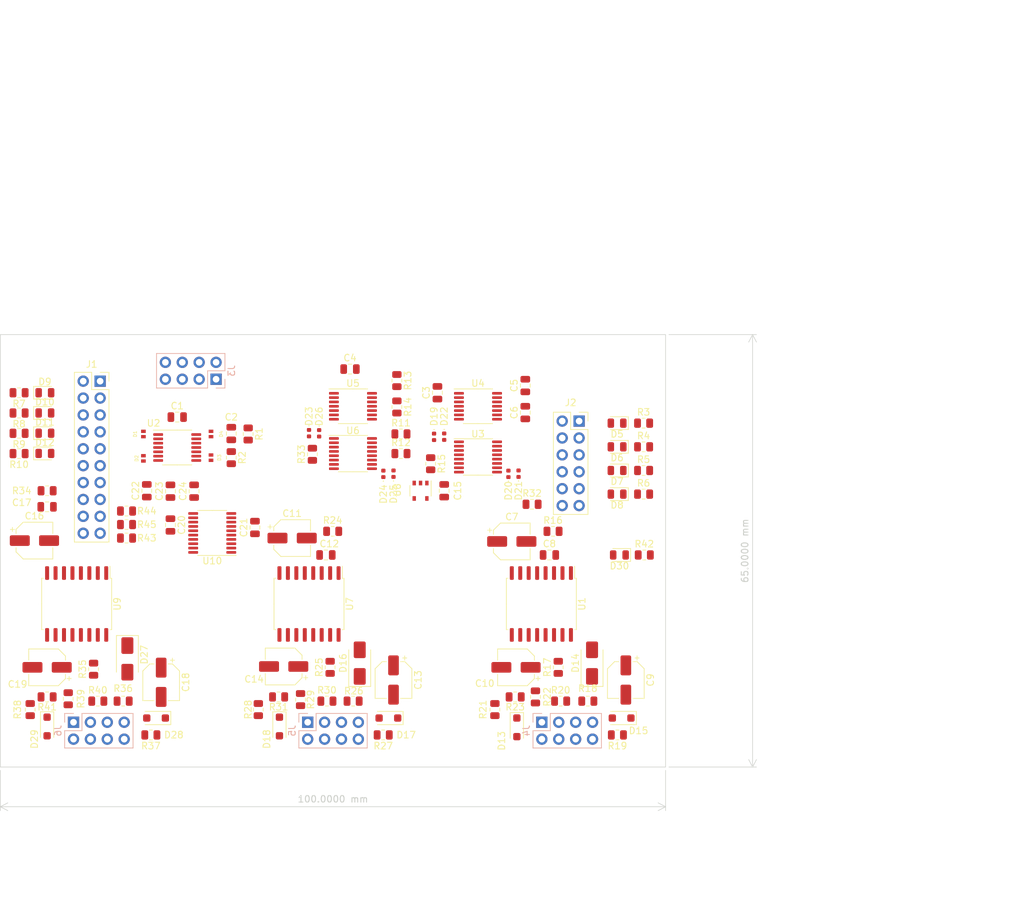
<source format=kicad_pcb>
(kicad_pcb (version 20221018) (generator pcbnew)
  (layers (0 "F.Cu" signal) (31 "B.Cu" signal) (34 "B.Paste" user) (35 "F.Paste" user) (36 "B.SilkS" user "B.Silkscreen") (37 "F.SilkS" user "F.Silkscreen") (38 "B.Mask" user) (39 "F.Mask" user) (44 "Edge.Cuts" user))
  (net 0 "")
  (net 1 "+5V")
  (net 2 "GND")
  (net 3 "/HardwareProtection/MAX_TEMP")
  (net 4 "+3.3V")
  (net 5 "CURR_TRIP_LOW")
  (net 6 "CURR_TRIP_HIGH")
  (net 7 "Net-(U1-DT)")
  (net 8 "Net-(D14-K)")
  (net 9 "PHASE1")
  (net 10 "+15V")
  (net 11 "CSR_P1")
  (net 12 "Net-(U7-DT)")
  (net 13 "Net-(D16-K)")
  (net 14 "PHASE2")
  (net 15 "CSR_P2")
  (net 16 "Net-(U9-DT)")
  (net 17 "Net-(D27-K)")
  (net 18 "PHASE3")
  (net 19 "CSR_P3")
  (net 20 "VBIAS")
  (net 21 "/CurrentMeasurement/CURR3_FILTER")
  (net 22 "/CurrentMeasurement/CURR2_FILTER")
  (net 23 "/CurrentMeasurement/CURR1_FILTER")
  (net 24 "Net-(D1-K)")
  (net 25 "Net-(D1-A)")
  (net 26 "Net-(D2-A)")
  (net 27 "Net-(D3-A)")
  (net 28 "Net-(D4-A)")
  (net 29 "Net-(D5-K)")
  (net 30 "/HardwareProtection/OC+CUR1")
  (net 31 "Net-(D6-K)")
  (net 32 "/HardwareProtection/OC-CUR1")
  (net 33 "Net-(D7-K)")
  (net 34 "/HardwareProtection/OC+CUR2")
  (net 35 "Net-(D8-K)")
  (net 36 "/HardwareProtection/OC-CUR2")
  (net 37 "Net-(D9-K)")
  (net 38 "/HardwareProtection/OC+CUR3")
  (net 39 "Net-(D10-K)")
  (net 40 "/HardwareProtection/OC-CUR3")
  (net 41 "Net-(D11-K)")
  (net 42 "/HardwareProtection/OV_BUS")
  (net 43 "Net-(D12-K)")
  (net 44 "/HardwareProtection/OV_TEMP")
  (net 45 "Net-(D13-K)")
  (net 46 "PL1")
  (net 47 "Net-(D14-A)")
  (net 48 "Net-(D15-K)")
  (net 49 "PH1")
  (net 50 "Net-(D16-A)")
  (net 51 "Net-(D17-K)")
  (net 52 "PH2")
  (net 53 "Net-(D18-K)")
  (net 54 "PL2")
  (net 55 "Net-(D19-K)")
  (net 56 "Net-(D27-A)")
  (net 57 "Net-(D28-K)")
  (net 58 "PH3")
  (net 59 "Net-(D29-K)")
  (net 60 "PL3")
  (net 61 "Net-(D30-K)")
  (net 62 "POWER_STAGE_LOCKOUT")
  (net 63 "SENS1")
  (net 64 "SENS2")
  (net 65 "SENS3")
  (net 66 "L1")
  (net 67 "L2")
  (net 68 "L3")
  (net 69 "H1")
  (net 70 "H2")
  (net 71 "H3")
  (net 72 "TEMP3")
  (net 73 "TEMP2")
  (net 74 "TEMP1")
  (net 75 "CURR3")
  (net 76 "CURR2")
  (net 77 "CURR1")
  (net 78 "IN_V")
  (net 79 "AUX_FAULT")
  (net 80 "SENS_FILTER_ENABLE")
  (net 81 "AUX_ENABLE")
  (net 82 "CLEAR_HW_FAULT")
  (net 83 "POWER_STAGE_DISABLE")
  (net 84 "CSR_N1")
  (net 85 "CSR_N2")
  (net 86 "CSR_N3")
  (net 87 "/HardwareProtection/OV_BUS_TRIP")
  (net 88 "/HardwareProtection/OT_FET_TRIP")
  (net 89 "Net-(U1-OutA)")
  (net 90 "Net-(U1-OutB)")
  (net 91 "Net-(U7-OutA)")
  (net 92 "Net-(U7-OutB)")
  (net 93 "Net-(U9-OutA)")
  (net 94 "Net-(U9-OutB)")
  (net 95 "Net-(U3-S1)")
  (net 96 "Net-(U3-S2)")
  (net 97 "Net-(U3-S3)")
  (net 98 "Net-(U3-S4)")
  (net 99 "Net-(U5-OUTA)")
  (net 100 "Net-(U5-OUTB)")
  (net 101 "Net-(U5-OUTC)")
  (net 102 "Net-(U5-OUTD)")
  (footprint "Resistor_SMD:R_0805_2012Metric" (layer "F.Cu") (at 198.755 130.175 180)
    (fp_text reference "R19" (at 0 -1.65) (layer "F.SilkS"))
    (fp_text value "2r2")
    (pad "1" smd roundrect (at -0.9125 0 180) (size 1.025 1.4) (layers "F.Cu" "F.Paste" "F.Mask") (roundrect_rratio 0.243902) (net 89 "Net-(U1-OutA)"))
    (pad "2" smd roundrect (at 0.9125 0 180) (size 1.025 1.4) (layers "F.Cu" "F.Paste" "F.Mask") (roundrect_rratio 0.243902) (net 49 "PH1"))
  )
  (footprint "Capacitor_SMD:C_0805_2012Metric" (layer "F.Cu") (at 132.588 82.3995)
    (fp_text reference "C1" (at 0 -1.68) (layer "F.SilkS"))
    (fp_text value "100n")
    (pad "1" smd roundrect (at -0.95 0) (size 1 1.45) (layers "F.Cu" "F.Paste" "F.Mask") (net 1 "+5V"))
    (pad "2" smd roundrect (at 0.95 0) (size 1 1.45) (layers "F.Cu" "F.Paste" "F.Mask") (net 2 "GND"))
  )
  (footprint "Resistor_SMD:R_0805_2012Metric" (layer "F.Cu") (at 202.692 90.424)
    (fp_text reference "R5" (at 0 -1.65) (layer "F.SilkS"))
    (fp_text value "1k")
    (pad "1" smd roundrect (at -0.9125 0) (size 1.025 1.4) (layers "F.Cu" "F.Paste" "F.Mask") (roundrect_rratio 0.243902) (net 33 "Net-(D7-K)"))
    (pad "2" smd roundrect (at 0.9125 0) (size 1.025 1.4) (layers "F.Cu" "F.Paste" "F.Mask") (roundrect_rratio 0.243902) (net 2 "GND"))
  )
  (footprint "Resistor_SMD:R_0805_2012Metric" (layer "F.Cu") (at 140.716 88.4955 -90)
    (fp_text reference "R2" (at 0 -1.65 90) (layer "F.SilkS"))
    (fp_text value "5k6")
    (pad "1" smd roundrect (at -0.9125 0 270) (size 1.025 1.4) (layers "F.Cu" "F.Paste" "F.Mask") (roundrect_rratio 0.243902) (net 3 "/HardwareProtection/MAX_TEMP"))
    (pad "2" smd roundrect (at 0.9125 0 270) (size 1.025 1.4) (layers "F.Cu" "F.Paste" "F.Mask") (roundrect_rratio 0.243902) (net 2 "GND"))
  )
  (footprint "Resistor_SMD:R_0805_2012Metric" (layer "F.Cu") (at 143.256 84.9395 -90)
    (fp_text reference "R1" (at 0 -1.65 90) (layer "F.SilkS"))
    (fp_text value "2k87")
    (pad "1" smd roundrect (at -0.9125 0 270) (size 1.025 1.4) (layers "F.Cu" "F.Paste" "F.Mask") (roundrect_rratio 0.243902) (net 24 "Net-(D1-K)"))
    (pad "2" smd roundrect (at 0.9125 0 270) (size 1.025 1.4) (layers "F.Cu" "F.Paste" "F.Mask") (roundrect_rratio 0.243902) (net 3 "/HardwareProtection/MAX_TEMP"))
  )
  (footprint "Resistor_SMD:R_0805_2012Metric" (layer "F.Cu") (at 194.31 125.095 180)
    (fp_text reference "R18" (at 0 1.905) (layer "F.SilkS"))
    (fp_text value "2r2")
    (pad "1" smd roundrect (at -0.9125 0 180) (size 1.025 1.4) (layers "F.Cu" "F.Paste" "F.Mask") (roundrect_rratio 0.243902) (net 89 "Net-(U1-OutA)"))
    (pad "2" smd roundrect (at 0.9125 0 180) (size 1.025 1.4) (layers "F.Cu" "F.Paste" "F.Mask") (roundrect_rratio 0.243902) (net 48 "Net-(D15-K)"))
  )
  (footprint "Diode_SMD:D_0402_1005Metric" (layer "F.Cu") (at 165.1 90.909 90)
    (fp_text reference "D25" (at -3.048 0 90) (layer "F.SilkS"))
    (fp_text value "NSR05F20NXT5G")
    (pad "1" smd roundrect (at -0.485 0 90) (size 0.59 0.64) (layers "F.Cu" "F.Paste" "F.Mask") (net 55 "Net-(D19-K)"))
    (pad "2" smd roundrect (at 0.485 0 90) (size 0.59 0.64) (layers "F.Cu" "F.Paste" "F.Mask") (net 42 "/HardwareProtection/OV_BUS"))
  )
  (footprint "Capacitor_SMD:C_0805_2012Metric" (layer "F.Cu") (at 113.03 95.885 180)
    (fp_text reference "C17" (at 3.81 0.635) (layer "F.SilkS"))
    (fp_text value "100n")
    (pad "1" smd roundrect (at -0.95 0 180) (size 1 1.45) (layers "F.Cu" "F.Paste" "F.Mask") (net 16 "Net-(U9-DT)"))
    (pad "2" smd roundrect (at 0.95 0 180) (size 1 1.45) (layers "F.Cu" "F.Paste" "F.Mask") (net 2 "GND"))
  )
  (footprint "Capacitor_SMD:CP_Elec_5x5.4" (layer "F.Cu") (at 200.025 121.92 -90)
    (fp_text reference "C9" (at 0 -3.7 90) (layer "F.SilkS"))
    (fp_text value "47u 25v")
    (pad "1" smd roundrect (at -2.2 0 270) (size 3 1.6) (layers "F.Cu" "F.Paste" "F.Mask") (roundrect_rratio 0.15625) (net 8 "Net-(D14-K)"))
    (pad "2" smd roundrect (at 2.2 0 270) (size 3 1.6) (layers "F.Cu" "F.Paste" "F.Mask") (roundrect_rratio 0.15625) (net 9 "PHASE1"))
  )
  (footprint "Resistor_SMD:R_0805_2012Metric" (layer "F.Cu") (at 124.968 96.52)
    (fp_text reference "R44" (at 3.048 0) (layer "F.SilkS"))
    (fp_text value "1k")
    (pad "1" smd roundrect (at -0.9125 0) (size 1.025 1.4) (layers "F.Cu" "F.Paste" "F.Mask") (roundrect_rratio 0.243902) (net 76 "CURR2"))
    (pad "2" smd roundrect (at 0.9125 0) (size 1.025 1.4) (layers "F.Cu" "F.Paste" "F.Mask") (roundrect_rratio 0.243902) (net 22 "/CurrentMeasurement/CURR2_FILTER"))
  )
  (footprint "GigaVescLibs:SOD882D" (layer "F.Cu") (at 127.508 84.9395 90)
    (fp_text reference "D1" (at 0 -1.25 90) (layer "F.SilkS") (effects (font (size 0.5 0.5) (thickness 0.1))))
    (fp_text value "RB161QS" hide)
    (pad "1" smd rect (at -0.4 0 90) (size 0.5 0.7) (layers "F.Cu" "F.Paste" "F.Mask") (net 24 "Net-(D1-K)"))
    (pad "2" smd rect (at 0.4 0 90) (size 0.5 0.7) (layers "F.Cu" "F.Paste" "F.Mask") (net 25 "Net-(D1-A)"))
  )
  (footprint "Resistor_SMD:R_0805_2012Metric" (layer "F.Cu") (at 120.015 120.2925 90)
    (fp_text reference "R35" (at 0 -1.65 90) (layer "F.SilkS"))
    (fp_text value "2r2")
    (pad "1" smd roundrect (at -0.9125 0 90) (size 1.025 1.4) (layers "F.Cu" "F.Paste" "F.Mask") (roundrect_rratio 0.243902) (net 10 "+15V"))
    (pad "2" smd roundrect (at 0.9125 0 90) (size 1.025 1.4) (layers "F.Cu" "F.Paste" "F.Mask") (roundrect_rratio 0.243902) (net 56 "Net-(D27-A)"))
  )
  (footprint "Capacitor_SMD:C_0805_2012Metric" (layer "F.Cu") (at 184.912 77.658 90)
    (fp_text reference "C5" (at 0 -1.68 90) (layer "F.SilkS"))
    (fp_text value "1u")
    (pad "1" smd roundrect (at -0.95 0 90) (size 1 1.45) (layers "F.Cu" "F.Paste" "F.Mask") (net 5 "CURR_TRIP_LOW"))
    (pad "2" smd roundrect (at 0.95 0 90) (size 1 1.45) (layers "F.Cu" "F.Paste" "F.Mask") (net 2 "GND"))
  )
  (footprint "Diode_SMD:D_SOD-123F" (layer "F.Cu") (at 129.41 127.635 180)
    (fp_text reference "D28" (at -2.67 -2.54) (layer "F.SilkS"))
    (fp_text value "DSS34")
    (pad "1" smd roundrect (at -1.4 0 180) (size 1.1 1.1) (layers "F.Cu" "F.Paste" "F.Mask") (roundrect_rratio 0.2272727273) (net 57 "Net-(D28-K)"))
    (pad "2" smd roundrect (at 1.4 0 180) (size 1.1 1.1) (layers "F.Cu" "F.Paste" "F.Mask") (roundrect_rratio 0.2272727273) (net 58 "PH3"))
  )
  (footprint "Diode_SMD:D_SMA" (layer "F.Cu") (at 125.095 118.745 -90)
    (fp_text reference "D27" (at -0.635 -2.54 90) (layer "F.SilkS"))
    (fp_text value "SS520F")
    (pad "1" smd roundrect (at -2 0 270) (size 2.5 1.8) (layers "F.Cu" "F.Paste" "F.Mask") (roundrect_rratio 0.1388888889) (net 17 "Net-(D27-K)"))
    (pad "2" smd roundrect (at 2 0 270) (size 2.5 1.8) (layers "F.Cu" "F.Paste" "F.Mask") (roundrect_rratio 0.1388888889) (net 56 "Net-(D27-A)"))
  )
  (footprint "Diode_SMD:D_SMA" (layer "F.Cu") (at 160.02 119.38 90)
    (fp_text reference "D16" (at 0 -2.5 90) (layer "F.SilkS"))
    (fp_text value "SS520F")
    (pad "1" smd roundrect (at -2 0 90) (size 2.5 1.8) (layers "F.Cu" "F.Paste" "F.Mask") (roundrect_rratio 0.1388888889) (net 13 "Net-(D16-K)"))
    (pad "2" smd roundrect (at 2 0 90) (size 2.5 1.8) (layers "F.Cu" "F.Paste" "F.Mask") (roundrect_rratio 0.1388888889) (net 50 "Net-(D16-A)"))
  )
  (footprint "GigaVescLibs:SOD882D" (layer "F.Cu") (at 137.668 84.9395 90)
    (fp_text reference "D4" (at 0 1.524 90) (layer "F.SilkS") (effects (font (size 0.5 0.5) (thickness 0.1))))
    (fp_text value "RB161QS" hide)
    (pad "1" smd rect (at -0.4 0 90) (size 0.5 0.7) (layers "F.Cu" "F.Paste" "F.Mask") (net 24 "Net-(D1-K)"))
    (pad "2" smd rect (at 0.4 0 90) (size 0.5 0.7) (layers "F.Cu" "F.Paste" "F.Mask") (net 28 "Net-(D4-A)"))
  )
  (footprint "Resistor_SMD:R_0805_2012Metric" (layer "F.Cu") (at 124.968 98.552)
    (fp_text reference "R45" (at 3.048 0) (layer "F.SilkS"))
    (fp_text value "1k")
    (pad "1" smd roundrect (at -0.9125 0) (size 1.025 1.4) (layers "F.Cu" "F.Paste" "F.Mask") (roundrect_rratio 0.243902) (net 75 "CURR3"))
    (pad "2" smd roundrect (at 0.9125 0) (size 1.025 1.4) (layers "F.Cu" "F.Paste" "F.Mask") (roundrect_rratio 0.243902) (net 21 "/CurrentMeasurement/CURR3_FILTER"))
  )
  (footprint "Package_SO:SOIC-16W_7.5x10.3mm_P1.27mm" (layer "F.Cu") (at 117.475 110.49 -90)
    (fp_text reference "U9" (at 0 -6.1 90) (layer "F.SilkS"))
    (fp_text value "NCD57252DWR2G")
    (pad "1" smd roundrect (at -4.65 -4.445 270) (size 2.05 0.6) (layers "F.Cu" "F.Paste" "F.Mask") (net 71 "H3"))
    (pad "2" smd roundrect (at -4.65 -3.175 270) (size 2.05 0.6) (layers "F.Cu" "F.Paste" "F.Mask") (net 68 "L3"))
    (pad "3" smd roundrect (at -4.65 -1.905 270) (size 2.05 0.6) (layers "F.Cu" "F.Paste" "F.Mask") (net 4 "+3.3V"))
    (pad "4" smd roundrect (at -4.65 -0.635 270) (size 2.05 0.6) (layers "F.Cu" "F.Paste" "F.Mask") (net 2 "GND"))
    (pad "5" smd roundrect (at -4.65 0.635 270) (size 2.05 0.6) (layers "F.Cu" "F.Paste" "F.Mask") (net 62 "POWER_STAGE_LOCKOUT"))
    (pad "6" smd roundrect (at -4.65 1.905 270) (size 2.05 0.6) (layers "F.Cu" "F.Paste" "F.Mask") (net 16 "Net-(U9-DT)"))
    (pad "7" smd roundrect (at -4.65 3.175 270) (size 2.05 0.6) (layers "F.Cu" "F.Paste" "F.Mask") (net 2 "GND"))
    (pad "8" smd roundrect (at -4.65 4.445 270) (size 2.05 0.6) (layers "F.Cu" "F.Paste" "F.Mask") (net 4 "+3.3V"))
    (pad "9" smd roundrect (at 4.65 4.445 270) (size 2.05 0.6) (layers "F.Cu" "F.Paste" "F.Mask") (net 19 "CSR_P3"))
    (pad "10" smd roundrect (at 4.65 3.175 270) (size 2.05 0.6) (layers "F.Cu" "F.Paste" "F.Mask") (net 94 "Net-(U9-OutB)"))
    (pad "11" smd roundrect (at 4.65 1.905 270) (size 2.05 0.6) (layers "F.Cu" "F.Paste" "F.Mask") (net 10 "+15V"))
    (pad "12" smd roundrect (at 4.65 0.635 270) (size 2.05 0.6) (layers "F.Cu" "F.Paste" "F.Mask"))
    (pad "13" smd roundrect (at 4.65 -0.635 270) (size 2.05 0.6) (layers "F.Cu" "F.Paste" "F.Mask"))
    (pad "14" smd roundrect (at 4.65 -1.905 270) (size 2.05 0.6) (layers "F.Cu" "F.Paste" "F.Mask") (net 18 "PHASE3"))
    (pad "15" smd roundrect (at 4.65 -3.175 270) (size 2.05 0.6) (layers "F.Cu" "F.Paste" "F.Mask") (net 93 "Net-(U9-OutA)"))
    (pad "16" smd roundrect (at 4.65 -4.445 270) (size 2.05 0.6) (layers "F.Cu" "F.Paste" "F.Mask") (net 17 "Net-(D27-K)"))
  )
  (footprint "LED_SMD:LED_0805_2012Metric" (layer "F.Cu") (at 198.7065 93.98 180)
    (fp_text reference "D8" (at 0 -1.65) (layer "F.SilkS"))
    (fp_text value "LED")
    (pad "1" smd roundrect (at -0.9375 0 180) (size 0.975 1.4) (layers "F.Cu" "F.Paste" "F.Mask") (net 35 "Net-(D8-K)"))
    (pad "2" smd roundrect (at 0.9375 0 180) (size 0.975 1.4) (layers "F.Cu" "F.Paste" "F.Mask") (net 36 "/HardwareProtection/OC-CUR2"))
  )
  (footprint "Capacitor_SMD:CP_Elec_5x5.4" (layer "F.Cu") (at 130.175 122.26 -90)
    (fp_text reference "C18" (at 0 -3.7 90) (layer "F.SilkS"))
    (fp_text value "47u 25v")
    (pad "1" smd roundrect (at -2.2 0 270) (size 3 1.6) (layers "F.Cu" "F.Paste" "F.Mask") (roundrect_rratio 0.15625) (net 17 "Net-(D27-K)"))
    (pad "2" smd roundrect (at 2.2 0 270) (size 3 1.6) (layers "F.Cu" "F.Paste" "F.Mask") (roundrect_rratio 0.15625) (net 18 "PHASE3"))
  )
  (footprint "Resistor_SMD:R_0805_2012Metric" (layer "F.Cu") (at 189.865 120.015 90)
    (fp_text reference "R17" (at 0 -1.65 90) (layer "F.SilkS"))
    (fp_text value "2r2")
    (pad "1" smd roundrect (at -0.9125 0 90) (size 1.025 1.4) (layers "F.Cu" "F.Paste" "F.Mask") (roundrect_rratio 0.243902) (net 10 "+15V"))
    (pad "2" smd roundrect (at 0.9125 0 90) (size 1.025 1.4) (layers "F.Cu" "F.Paste" "F.Mask") (roundrect_rratio 0.243902) (net 47 "Net-(D14-A)"))
  )
  (footprint "Connector_PinSocket_2.54mm:PinSocket_2x10_P2.54mm_Vertical" (layer "F.Cu") (at 121 77)
    (fp_text reference "J1" (at -1.27 -2.54 180) (layer "F.SilkS"))
    (fp_text value "LogicConn")
    (pad "1" thru_hole rect locked (at 0 0) (size 1.7 1.7) (drill 1) (layers "*.Cu" "*.Mask") (net 10 "+15V"))
    (pad "2" thru_hole oval locked (at -2.54 0) (size 1.7 1.7) (drill 1) (layers "*.Cu" "*.Mask") (net 63 "SENS1"))
    (pad "3" thru_hole oval locked (at 0 2.54) (size 1.7 1.7) (drill 1) (layers "*.Cu" "*.Mask") (net 64 "SENS2"))
    (pad "4" thru_hole oval locked (at -2.54 2.54) (size 1.7 1.7) (drill 1) (layers "*.Cu" "*.Mask") (net 65 "SENS3"))
    (pad "5" thru_hole oval locked (at 0 5.08) (size 1.7 1.7) (drill 1) (layers "*.Cu" "*.Mask") (net 66 "L1"))
    (pad "6" thru_hole oval locked (at -2.54 5.08) (size 1.7 1.7) (drill 1) (layers "*.Cu" "*.Mask") (net 67 "L2"))
    (pad "7" thru_hole oval locked (at 0 7.62) (size 1.7 1.7) (drill 1) (layers "*.Cu" "*.Mask") (net 68 "L3"))
    (pad "8" thru_hole oval locked (at -2.54 7.62) (size 1.7 1.7) (drill 1) (layers "*.Cu" "*.Mask") (net 69 "H1"))
    (pad "9" thru_hole oval locked (at 0 10.16) (size 1.7 1.7) (drill 1) (layers "*.Cu" "*.Mask") (net 70 "H2"))
    (pad "10" thru_hole oval locked (at -2.54 10.16) (size 1.7 1.7) (drill 1) (layers "*.Cu" "*.Mask") (net 71 "H3"))
    (pad "11" thru_hole oval locked (at 0 12.7) (size 1.7 1.7) (drill 1) (layers "*.Cu" "*.Mask") (net 2 "GND"))
    (pad "12" thru_hole oval locked (at -2.54 12.7) (size 1.7 1.7) (drill 1) (layers "*.Cu" "*.Mask") (net 5 "CURR_TRIP_LOW"))
    (pad "13" thru_hole oval locked (at 0 15.24) (size 1.7 1.7) (drill 1) (layers "*.Cu" "*.Mask") (net 6 "CURR_TRIP_HIGH"))
    (pad "14" thru_hole oval locked (at -2.54 15.24) (size 1.7 1.7) (drill 1) (layers "*.Cu" "*.Mask") (net 72 "TEMP3"))
    (pad "15" thru_hole oval locked (at 0 17.78) (size 1.7 1.7) (drill 1) (layers "*.Cu" "*.Mask") (net 73 "TEMP2"))
    (pad "16" thru_hole oval locked (at -2.54 17.78) (size 1.7 1.7) (drill 1) (layers "*.Cu" "*.Mask") (net 74 "TEMP1"))
    (pad "17" thru_hole oval locked (at 0 20.32) (size 1.7 1.7) (drill 1) (layers "*.Cu" "*.Mask") (net 75 "CURR3"))
    (pad "18" thru_hole oval locked (at -2.54 20.32) (size 1.7 1.7) (drill 1) (layers "*.Cu" "*.Mask") (net 76 "CURR2"))
    (pad "19" thru_hole oval locked (at 0 22.86) (size 1.7 1.7) (drill 1) (layers "*.Cu" "*.Mask") (net 77 "CURR1"))
    (pad "20" thru_hole oval locked (at -2.54 22.86) (size 1.7 1.7) (drill 1) (layers "*.Cu" "*.Mask") (net 4 "+3.3V"))
  )
  (footprint "Resistor_SMD:R_0805_2012Metric" (layer "F.Cu") (at 155.0905 125.095)
    (fp_text reference "R30" (at 0 -1.65) (layer "F.SilkS"))
    (fp_text value "4.7k")
    (pad "1" smd roundrect (at -0.9125 0) (size 1.025 1.4) (layers "F.Cu" "F.Paste" "F.Mask") (roundrect_rratio 0.243902) (net 14 "PHASE2"))
    (pad "2" smd roundrect (at 0.9125 0) (size 1.025 1.4) (layers "F.Cu" "F.Paste" "F.Mask") (roundrect_rratio 0.243902) (net 52 "PH2"))
  )
  (footprint "Resistor_SMD:R_0805_2012Metric" (layer "F.Cu") (at 108.8155 81.788 180)
    (fp_text reference "R8" (at 0 -1.65) (layer "F.SilkS"))
    (fp_text value "1k")
    (pad "1" smd roundrect (at -0.9125 0 180) (size 1.025 1.4) (layers "F.Cu" "F.Paste" "F.Mask") (roundrect_rratio 0.243902) (net 39 "Net-(D10-K)"))
    (pad "2" smd roundrect (at 0.9125 0 180) (size 1.025 1.4) (layers "F.Cu" "F.Paste" "F.Mask") (roundrect_rratio 0.243902) (net 2 "GND"))
  )
  (footprint "Capacitor_SMD:C_0805_2012Metric" (layer "F.Cu") (at 158.562 75.184)
    (fp_text reference "C4" (at 0 -1.68) (layer "F.SilkS"))
    (fp_text value "100n")
    (pad "1" smd roundrect (at -0.95 0) (size 1 1.45) (layers "F.Cu" "F.Paste" "F.Mask") (net 4 "+3.3V"))
    (pad "2" smd roundrect (at 0.95 0) (size 1 1.45) (layers "F.Cu" "F.Paste" "F.Mask") (net 2 "GND"))
  )
  (footprint "Resistor_SMD:R_0805_2012Metric" (layer "F.Cu") (at 155.575 120.015 90)
    (fp_text reference "R25" (at 0 -1.65 90) (layer "F.SilkS"))
    (fp_text value "2r2")
    (pad "1" smd roundrect (at -0.9125 0 90) (size 1.025 1.4) (layers "F.Cu" "F.Paste" "F.Mask") (roundrect_rratio 0.243902) (net 10 "+15V"))
    (pad "2" smd roundrect (at 0.9125 0 90) (size 1.025 1.4) (layers "F.Cu" "F.Paste" "F.Mask") (roundrect_rratio 0.243902) (net 50 "Net-(D16-A)"))
  )
  (footprint "Resistor_SMD:R_0805_2012Metric" (layer "F.Cu") (at 128.6275 130.175 180)
    (fp_text reference "R37" (at 0 -1.65) (layer "F.SilkS"))
    (fp_text value "2r2")
    (pad "1" smd roundrect (at -0.9125 0 180) (size 1.025 1.4) (layers "F.Cu" "F.Paste" "F.Mask") (roundrect_rratio 0.243902) (net 93 "Net-(U9-OutA)"))
    (pad "2" smd roundrect (at 0.9125 0 180) (size 1.025 1.4) (layers "F.Cu" "F.Paste" "F.Mask") (roundrect_rratio 0.243902) (net 58 "PH3"))
  )
  (footprint "Resistor_SMD:R_0805_2012Metric" (layer "F.Cu") (at 185.928 95.504)
    (fp_text reference "R32" (at 0 -1.65) (layer "F.SilkS"))
    (fp_text value "2.2k")
    (pad "1" smd roundrect (at -0.9125 0) (size 1.025 1.4) (layers "F.Cu" "F.Paste" "F.Mask") (roundrect_rratio 0.243902) (net 55 "Net-(D19-K)"))
    (pad "2" smd roundrect (at 0.9125 0) (size 1.025 1.4) (layers "F.Cu" "F.Paste" "F.Mask") (roundrect_rratio 0.243902) (net 83 "POWER_STAGE_DISABLE"))
  )
  (footprint "Resistor_SMD:R_0805_2012Metric" (layer "F.Cu") (at 186.436 124.46 90)
    (fp_text reference "R22" (at 0 1.778 90) (layer "F.SilkS"))
    (fp_text value "2r2")
    (pad "1" smd roundrect (at -0.9125 0 90) (size 1.025 1.4) (layers "F.Cu" "F.Paste" "F.Mask") (roundrect_rratio 0.243902) (net 90 "Net-(U1-OutB)"))
    (pad "2" smd roundrect (at 0.9125 0 90) (size 1.025 1.4) (layers "F.Cu" "F.Paste" "F.Mask") (roundrect_rratio 0.243902) (net 46 "PL1"))
  )
  (footprint "LED_SMD:LED_0805_2012Metric" (layer "F.Cu") (at 112.6975 84.82)
    (fp_text reference "D11" (at 0 -1.65) (layer "F.SilkS"))
    (fp_text value "LED")
    (pad "1" smd roundrect (at -0.9375 0) (size 0.975 1.4) (layers "F.Cu" "F.Paste" "F.Mask") (net 41 "Net-(D11-K)"))
    (pad "2" smd roundrect (at 0.9375 0) (size 0.975 1.4) (layers "F.Cu" "F.Paste" "F.Mask") (net 42 "/HardwareProtection/OV_BUS"))
  )
  (footprint "Resistor_SMD:R_0805_2012Metric" (layer "F.Cu") (at 166.2195 84.934)
    (fp_text reference "R11" (at 0 -1.65) (layer "F.SilkS"))
    (fp_text value "R")
    (pad "1" smd roundrect (at -0.9125 0) (size 1.025 1.4) (layers "F.Cu" "F.Paste" "F.Mask") (roundrect_rratio 0.243902) (net 4 "+3.3V"))
    (pad "2" smd roundrect (at 0.9125 0) (size 1.025 1.4) (layers "F.Cu" "F.Paste" "F.Mask") (roundrect_rratio 0.243902) (net 87 "/HardwareProtection/OV_BUS_TRIP"))
  )
  (footprint "Resistor_SMD:R_0805_2012Metric" (layer "F.Cu") (at 110.49 126.365 -90)
    (fp_text reference "R38" (at 0 1.905 90) (layer "F.SilkS"))
    (fp_text value "2r2")
    (pad "1" smd roundrect (at -0.9125 0 270) (size 1.025 1.4) (layers "F.Cu" "F.Paste" "F.Mask") (roundrect_rratio 0.243902) (net 94 "Net-(U9-OutB)"))
    (pad "2" smd roundrect (at 0.9125 0 270) (size 1.025 1.4) (layers "F.Cu" "F.Paste" "F.Mask") (roundrect_rratio 0.243902) (net 59 "Net-(D29-K)"))
  )
  (footprint "Resistor_SMD:R_0805_2012Metric" (layer "F.Cu") (at 202.7955 103.124)
    (fp_text reference "R42" (at 0 -1.65) (layer "F.SilkS"))
    (fp_text value "220")
    (pad "1" smd roundrect (at -0.9125 0) (size 1.025 1.4) (layers "F.Cu" "F.Paste" "F.Mask") (roundrect_rratio 0.243902) (net 61 "Net-(D30-K)"))
    (pad "2" smd roundrect (at 0.9125 0) (size 1.025 1.4) (layers "F.Cu" "F.Paste" "F.Mask") (roundrect_rratio 0.243902) (net 2 "GND"))
  )
  (footprint "Resistor_SMD:R_0805_2012Metric" (layer "F.Cu") (at 113.03 124.46)
    (fp_text reference "R41" (at 0 1.524) (layer "F.SilkS"))
    (fp_text value "4.7k")
    (pad "1" smd roundrect (at -0.9125 0) (size 1.025 1.4) (layers "F.Cu" "F.Paste" "F.Mask") (roundrect_rratio 0.243902) (net 19 "CSR_P3"))
    (pad "2" smd roundrect (at 0.9125 0) (size 1.025 1.4) (layers "F.Cu" "F.Paste" "F.Mask") (roundrect_rratio 0.243902) (net 60 "PL3"))
  )
  (footprint "LED_SMD:LED_0805_2012Metric" (layer "F.Cu") (at 112.6975 87.86)
    (fp_text reference "D12" (at 0 -1.65) (layer "F.SilkS"))
    (fp_text value "LED")
    (pad "1" smd roundrect (at -0.9375 0) (size 0.975 1.4) (layers "F.Cu" "F.Paste" "F.Mask") (net 43 "Net-(D12-K)"))
    (pad "2" smd roundrect (at 0.9375 0) (size 0.975 1.4) (layers "F.Cu" "F.Paste" "F.Mask") (net 44 "/HardwareProtection/OV_TEMP"))
  )
  (footprint "Capacitor_SMD:C_0805_2012Metric" (layer "F.Cu") (at 184.912 81.722 90)
    (fp_text reference "C6" (at 0 -1.68 90) (layer "F.SilkS"))
    (fp_text value "1u")
    (pad "1" smd roundrect (at -0.95 0 90) (size 1 1.45) (layers "F.Cu" "F.Paste" "F.Mask") (net 6 "CURR_TRIP_HIGH"))
    (pad "2" smd roundrect (at 0.95 0 90) (size 1 1.45) (layers "F.Cu" "F.Paste" "F.Mask") (net 2 "GND"))
  )
  (footprint "Diode_SMD:D_SOD-123F" (layer "F.Cu") (at 183.642 129.032 -90)
    (fp_text reference "D13" (at 2.032 2.286 90) (layer "F.SilkS"))
    (fp_text value "DSS34")
    (pad "1" smd roundrect (at -1.4 0 270) (size 1.1 1.1) (layers "F.Cu" "F.Paste" "F.Mask") (roundrect_rratio 0.2272727273) (net 45 "Net-(D13-K)"))
    (pad "2" smd roundrect (at 1.4 0 270) (size 1.1 1.1) (layers "F.Cu" "F.Paste" "F.Mask") (roundrect_rratio 0.2272727273) (net 46 "PL1"))
  )
  (footprint "Resistor_SMD:R_0805_2012Metric" (layer "F.Cu") (at 108.8155 78.74 180)
    (fp_text reference "R7" (at 0 -1.65) (layer "F.SilkS"))
    (fp_text value "1k")
    (pad "1" smd roundrect (at -0.9125 0 180) (size 1.025 1.4) (layers "F.Cu" "F.Paste" "F.Mask") (roundrect_rratio 0.243902) (net 37 "Net-(D9-K)"))
    (pad "2" smd roundrect (at 0.9125 0 180) (size 1.025 1.4) (layers "F.Cu" "F.Paste" "F.Mask") (roundrect_rratio 0.243902) (net 2 "GND"))
  )
  (footprint "LED_SMD:LED_0805_2012Metric" (layer "F.Cu") (at 112.6975 78.74)
    (fp_text reference "D9" (at 0 -1.65) (layer "F.SilkS"))
    (fp_text value "LED")
    (pad "1" smd roundrect (at -0.9375 0) (size 0.975 1.4) (layers "F.Cu" "F.Paste" "F.Mask") (net 37 "Net-(D9-K)"))
    (pad "2" smd roundrect (at 0.9375 0) (size 0.975 1.4) (layers "F.Cu" "F.Paste" "F.Mask") (net 38 "/HardwareProtection/OC+CUR3"))
  )
  (footprint "Capacitor_SMD:C_0805_2012Metric" (layer "F.Cu") (at 172.72 93.472 90)
    (fp_text reference "C15" (at 0 2.032 90) (layer "F.SilkS"))
    (fp_text value "100n")
    (pad "1" smd roundrect (at -0.95 0 90) (size 1 1.45) (layers "F.Cu" "F.Paste" "F.Mask") (net 4 "+3.3V"))
    (pad "2" smd roundrect (at 0.95 0 90) (size 1 1.45) (layers "F.Cu" "F.Paste" "F.Mask") (net 2 "GND"))
  )
  (footprint "Resistor_SMD:R_0805_2012Metric" (layer "F.Cu") (at 183.388 124.46)
    (fp_text reference "R23" (at 0 1.524) (layer "F.SilkS"))
    (fp_text value "4.7k")
    (pad "1" smd roundrect (at -0.9125 0) (size 1.025 1.4) (layers "F.Cu" "F.Paste" "F.Mask") (roundrect_rratio 0.243902) (net 11 "CSR_P1"))
    (pad "2" smd roundrect (at 0.9125 0) (size 1.025 1.4) (layers "F.Cu" "F.Paste" "F.Mask") (roundrect_rratio 0.243902) (net 46 "PL1"))
  )
  (footprint "Capacitor_SMD:CP_Elec_5x5.4" (layer "F.Cu") (at 183.515 120.015 180)
    (fp_text reference "C10" (at 4.699 -2.413) (layer "F.SilkS"))
    (fp_text value "47u 25v")
    (pad "1" smd roundrect (at -2.2 0 180) (size 3 1.6) (layers "F.Cu" "F.Paste" "F.Mask") (roundrect_rratio 0.15625) (net 10 "+15V"))
    (pad "2" smd roundrect (at 2.2 0 180) (size 3 1.6) (layers "F.Cu" "F.Paste" "F.Mask") (roundrect_rratio 0.15625) (net 11 "CSR_P1"))
  )
  (footprint "Resistor_SMD:R_0805_2012Metric" (layer "F.Cu") (at 180.34 126.365 -90)
    (fp_text reference "R21" (at 0 1.778 90) (layer "F.SilkS"))
    (fp_text value "2r2")
    (pad "1" smd roundrect (at -0.9125 0 270) (size 1.025 1.4) (layers "F.Cu" "F.Paste" "F.Mask") (roundrect_rratio 0.243902) (net 90 "Net-(U1-OutB)"))
    (pad "2" smd roundrect (at 0.9125 0 270) (size 1.025 1.4) (layers "F.Cu" "F.Paste" "F.Mask") (roundrect_rratio 0.243902) (net 45 "Net-(D13-K)"))
  )
  (footprint "Connector_PinSocket_2.54mm:PinSocket_2x06_P2.54mm_Vertical" (layer "F.Cu") (at 193 83)
    (fp_text reference "J2" (at -1.27 -2.77) (layer "F.SilkS"))
    (fp_text value "LogicConn2")
    (pad "1" thru_hole rect (at 0 0) (size 1.7 1.7) (drill 1) (layers "*.Cu" "*.Mask") (net 1 "+5V"))
    (pad "2" thru_hole oval (at -2.54 0) (size 1.7 1.7) (drill 1) (layers "*.Cu" "*.Mask") (net 78 "IN_V"))
    (pad "3" thru_hole oval (at 0 2.54) (size 1.7 1.7) (drill 1) (layers "*.Cu" "*.Mask") (net 20 "VBIAS"))
    (pad "4" thru_hole oval (at -2.54 2.54) (size 1.7 1.7) (drill 1) (layers "*.Cu" "*.Mask") (net 79 "AUX_FAULT"))
    (pad "5" thru_hole oval (at 0 5.08) (size 1.7 1.7) (drill 1) (layers "*.Cu" "*.Mask") (net 80 "SENS_FILTER_ENABLE"))
    (pad "6" thru_hole oval (at -2.54 5.08) (size 1.7 1.7) (drill 1) (layers "*.Cu" "*.Mask") (net 81 "AUX_ENABLE"))
    (pad "7" thru_hole oval (at 0 7.62) (size 1.7 1.7) (drill 1) (layers "*.Cu" "*.Mask") (net 2 "GND"))
    (pad "8" thru_hole oval (at -2.54 7.62) (size 1.7 1.7) (drill 1) (layers "*.Cu" "*.Mask") (net 2 "GND"))
    (pad "9" thru_hole oval (at 0 10.16) (size 1.7 1.7) (drill 1) (layers "*.Cu" "*.Mask") (net 82 "CLEAR_HW_FAULT"))
    (pad "10" thru_hole oval (at -2.54 10.16) (size 1.7 1.7) (drill 1) (layers "*.Cu" "*.Mask") (net 62 "POWER_STAGE_LOCKOUT"))
    (pad "11" thru_hole oval (at 0 12.7) (size 1.7 1.7) (drill 1) (layers "*.Cu" "*.Mask") (net 83 "POWER_STAGE_DISABLE"))
    (pad "12" thru_hole oval (at -2.54 12.7) (size 1.7 1.7) (drill 1) (layers "*.Cu" "*.Mask") (net 4 "+3.3V"))
  )
  (footprint "Resistor_SMD:R_0805_2012Metric" (layer "F.Cu") (at 190.2225 125.095)
    (fp_text reference "R20" (at 0 -1.65) (layer "F.SilkS"))
    (fp_text value "4.7k")
    (pad "1" smd roundrect (at -0.9125 0) (size 1.025 1.4) (layers "F.Cu" "F.Paste" "F.Mask") (roundrect_rratio 0.243902) (net 9 "PHASE1"))
    (pad "2" smd roundrect (at 0.9125 0) (size 1.025 1.4) (layers "F.Cu" "F.Paste" "F.Mask") (roundrect_rratio 0.243902) (net 49 "PH1"))
  )
  (footprint "Capacitor_SMD:C_0805_2012Metric" (layer "F.Cu") (at 171.704 78.74 90)
    (fp_text reference "C3" (at 0 -1.68 90) (layer "F.SilkS"))
    (fp_text value "100n")
    (pad "1" smd roundrect (at -0.95 0 90) (size 1 1.45) (layers "F.Cu" "F.Paste" "F.Mask") (net 4 "+3.3V"))
    (pad "2" smd roundrect (at 0.95 0 90) (size 1 1.45) (layers "F.Cu" "F.Paste" "F.Mask") (net 2 "GND"))
  )
  (footprint "Resistor_SMD:R_0805_2012Metric" (layer "F.Cu") (at 124.968 100.584)
    (fp_text reference "R43" (at 3.048 0) (layer "F.SilkS"))
    (fp_text value "1k")
    (pad "1" smd roundrect (at -0.9125 0) (size 1.025 1.4) (layers "F.Cu" "F.Paste" "F.Mask") (roundrect_rratio 0.243902) (net 77 "CURR1"))
    (pad "2" smd roundrect (at 0.9125 0) (size 1.025 1.4) (layers "F.Cu" "F.Paste" "F.Mask") (roundrect_rratio 0.243902) (net 23 "/CurrentMeasurement/CURR1_FILTER"))
  )
  (footprint "Package_SO:SOIC-16W_7.5x10.3mm_P1.27mm" (layer "F.Cu") (at 152.4 110.49 -90)
    (fp_text reference "U7" (at 0 -6.1 90) (layer "F.SilkS"))
    (fp_text value "NCD57252DWR2G")
    (pad "1" smd roundrect (at -4.65 -4.445 270) (size 2.05 0.6) (layers "F.Cu" "F.Paste" "F.Mask") (net 70 "H2"))
    (pad "2" smd roundrect (at -4.65 -3.175 270) (size 2.05 0.6) (layers "F.Cu" "F.Paste" "F.Mask") (net 67 "L2"))
    (pad "3" smd roundrect (at -4.65 -1.905 270) (size 2.05 0.6) (layers "F.Cu" "F.Paste" "F.Mask") (net 4 "+3.3V"))
    (pad "4" smd roundrect (at -4.65 -0.635 270) (size 2.05 0.6) (layers "F.Cu" "F.Paste" "F.Mask") (net 2 "GND"))
    (pad "5" smd roundrect (at -4.65 0.635 270) (size 2.05 0.6) (layers "F.Cu" "F.Paste" "F.Mask") (net 62 "POWER_STAGE_LOCKOUT"))
    (pad "6" smd roundrect (at -4.65 1.905 270) (size 2.05 0.6) (layers "F.Cu" "F.Paste" "F.Mask") (net 12 "Net-(U7-DT)"))
    (pad "7" smd roundrect (at -4.65 3.175 270) (size 2.05 0.6) (layers "F.Cu" "F.Paste" "F.Mask") (net 2 "GND"))
    (pad "8" smd roundrect (at -4.65 4.445 270) (size 2.05 0.6) (layers "F.Cu" "F.Paste" "F.Mask") (net 4 "+3.3V"))
    (pad "9" smd roundrect (at 4.65 4.445 270) (size 2.05 0.6) (layers "F.Cu" "F.Paste" "F.Mask") (net 15 "CSR_P2"))
    (pad "10" smd roundrect (at 4.65 3.175 270) (size 2.05 0.6) (layers "F.Cu" "F.Paste" "F.Mask") (net 92 "Net-(U7-OutB)"))
    (pad "11" smd roundrect (at 4.65 1.905 270) (size 2.05 0.6) (layers "F.Cu" "F.Paste" "F.Mask") (net 10 "+15V"))
    (pad "12" smd roundrect (at 4.65 0.635 270) (size 2.05 0.6) (layers "F.Cu" "F.Paste" "F.Mask"))
    (pad "13" smd roundrect (at 4.65 -0.635 270) (size 2.05 0.6) (layers "F.Cu" "F.Paste" "F.Mask"))
    (pad "14" smd roundrect (at 4.65 -1.905 270) (size 2.05 0.6) (layers "F.Cu" "F.Paste" "F.Mask") (net 14 "PHASE2"))
    (pad "15" smd roundrect (at 4.65 -3.175 270) (size 2.05 0.6) (layers "F.Cu" "F.Paste" "F.Mask") (net 91 "Net-(U7-OutA)"))
    (pad "16" smd roundrect (at 4.65 -4.445 270) (size 2.05 0.6) (layers "F.Cu" "F.Paste" "F.Mask") (net 13 "Net-(D16-K)"))
  )
  (footprint "GigaVescLibs:SOD882D" (layer "F.Cu") (at 137.668 88.4955 -90)
    (fp_text reference "D3" (at 0 -1.25 90) (layer "F.SilkS") (effects (font (size 0.5 0.5) (thickness 0.1))))
    (fp_text value "RB161QS" hide)
    (pad "1" smd rect (at -0.4 0 270) (size 0.5 0.7) (layers "F.Cu" "F.Paste" "F.Mask") (net 24 "Net-(D1-K)"))
    (pad "2" smd rect (at 0.4 0 270) (size 0.5 0.7) (layers "F.Cu" "F.Paste" "F.Mask") (net 27 "Net-(D3-A)"))
  )
  (footprint "Resistor_SMD:R_0805_2012Metric" (layer "F.Cu") (at 163.5525 130.175 180)
    (fp_text reference "R27" (at 0 -1.65) (layer "F.SilkS"))
    (fp_text value "2r2")
    (pad "1" smd roundrect (at -0.9125 0 180) (size 1.025 1.4) (layers "F.Cu" "F.Paste" "F.Mask") (roundrect_rratio 0.243902) (net 91 "Net-(U7-OutA)"))
    (pad "2" smd roundrect (at 0.9125 0 180) (size 1.025 1.4) (layers "F.Cu" "F.Paste" "F.Mask") (roundrect_rratio 0.243902) (net 52 "PH2"))
  )
  (footprint "GigaVescLibs:SOD882D" (layer "F.Cu") (at 127.508 88.6035 -90)
    (fp_text reference "D2" (at 0 1.016 90) (layer "F.SilkS") (effects (font (size 0.5 0.5) (thickness 0.1))))
    (fp_text value "RB161QS" hide)
    (pad "1" smd rect (at -0.4 0 270) (size 0.5 0.7) (layers "F.Cu" "F.Paste" "F.Mask") (net 24 "Net-(D1-K)"))
    (pad "2" smd rect (at 0.4 0 270) (size 0.5 0.7) (layers "F.Cu" "F.Paste" "F.Mask") (net 26 "Net-(D2-A)"))
  )
  (footprint "Capacitor_SMD:C_0805_2012Metric" (layer "F.Cu") (at 154.94 103.124)
    (fp_text reference "C12" (at 0.508 -1.68) (layer "F.SilkS"))
    (fp_text value "100n")
    (pad "1" smd roundrect (at -0.95 0) (size 1 1.45) (layers "F.Cu" "F.Paste" "F.Mask") (net 12 "Net-(U7-DT)"))
    (pad "2" smd roundrect (at 0.95 0) (size 1 1.45) (layers "F.Cu" "F.Paste" "F.Mask") (net 2 "GND"))
  )
  (footprint "Resistor_SMD:R_0805_2012Metric" (layer "F.Cu") (at 113.03 93.472 180)
    (fp_text reference "R34" (at 3.81 0) (layer "F.SilkS"))
    (fp_text value "20k")
    (pad "1" smd roundrect (at -0.9125 0 180) (size 1.025 1.4) (layers "F.Cu" "F.Paste" "F.Mask") (roundrect_rratio 0.243902) (net 16 "Net-(U9-DT)"))
    (pad "2" smd roundrect (at 0.9125 0 180) (size 1.025 1.4) (layers "F.Cu" "F.Paste" "F.Mask") (roundrect_rratio 0.243902) (net 2 "GND"))
  )
  (footprint "Resistor_SMD:R_0805_2012Metric" (layer "F.Cu") (at 147.828 124.46)
    (fp_text reference "R31" (at 0 1.524) (layer "F.SilkS"))
    (fp_text value "4.7k")
    (pad "1" smd roundrect (at -0.9125 0) (size 1.025 1.4) (layers "F.Cu" "F.Paste" "F.Mask") (roundrect_rratio 0.243902) (net 15 "CSR_P2"))
    (pad "2" smd roundrect (at 0.9125 0) (size 1.025 1.4) (layers "F.Cu" "F.Paste" "F.Mask") (roundrect_rratio 0.243902) (net 54 "PL2"))
  )
  (footprint "Capacitor_SMD:CP_Elec_5x5.4" (layer "F.Cu") (at 111.125 100.965)
    (fp_text reference "C16" (at 0 -3.7) (layer "F.SilkS"))
    (fp_text value "47u 25v")
    (pad "1" smd roundrect (at -2.2 0) (size 3 1.6) (layers "F.Cu" "F.Paste" "F.Mask") (roundrect_rratio 0.15625) (net 4 "+3.3V"))
    (pad "2" smd roundrect (at 2.2 0) (size 3 1.6) (layers "F.Cu" "F.Paste" "F.Mask") (roundrect_rratio 0.15625) (net 2 "GND"))
  )
  (footprint "Diode_SMD:D_0402_1005Metric" (layer "F.Cu") (at 172.72 85.344 -90)
    (fp_text reference "D22" (at -3.048 0 90) (layer "F.SilkS"))
    (fp_text value "NSR05F20NXT5G")
    (pad "1" smd roundrect (at -0.485 0 270) (size 0.59 0.64) (layers "F.Cu" "F.Paste" "F.Mask") (net 55 "Net-(D19-K)"))
    (pad "2" smd roundrect (at 0.485 0 270) (size 0.59 0.64) (layers "F.Cu" "F.Paste" "F.Mask") (net 36 "/HardwareProtection/OC-CUR2"))
  )
  (footprint "Capacitor_SMD:C_0805_2012Metric" (layer "F.Cu") (at 144.272 98.994 90)
    (fp_text reference "C21" (at 0 -1.68 90) (layer "F.SilkS"))
    (fp_text value "100n")
    (pad "1" smd roundrect (at -0.95 0 90) (size 1 1.45) (layers "F.Cu" "F.Paste" "F.Mask") (net 4 "+3.3V"))
    (pad "2" smd roundrect (at 0.95 0 90) (size 1 1.45) (layers "F.Cu" "F.Paste" "F.Mask") (net 2 "GND"))
  )
  (footprint "Package_SO:TSSOP-14_4.4x5mm_P0.65mm" (layer "F.Cu") (at 177.8 80.772)
    (fp_text reference "U4" (at 0 -3.45) (layer "F.SilkS"))
    (fp_text value "MCP6564-E_ST")
    (pad "1" smd roundrect (at -2.8625 -1.95) (size 1.475 0.4) (layers "F.Cu" "F.Paste" "F.Mask") (net 95 "Net-(U3-S1)"))
    (pad "2" smd roundrect (at -2.8625 -1.3) (size 1.475 0.4) (layers "F.Cu" "F.Paste" "F.Mask") (net 6 "CURR_TRIP_HIGH"))
    (pad "3" smd roundrect (at -2.8625 -0.65) (size 1.475 0.4) (layers "F.Cu" "F.Paste" "F.Mask") (net 23 "/CurrentMeasurement/CURR1_FILTER"))
    (pad "4" smd roundrect (at -2.8625 0) (size 1.475 0.4) (layers "F.Cu" "F.Paste" "F.Mask") (net 4 "+3.3V"))
    (pad "5" smd roundrect (at -2.8625 0.65) (size 1.475 0.4) (layers "F.Cu" "F.Paste" "F.Mask") (net 5 "CURR_TRIP_LOW"))
    (pad "6" smd roundrect (at -2.8625 1.3) (size 1.475 0.4) (layers "F.Cu" "F.Paste" "F.Mask") (net 23 "/CurrentMeasurement/CURR1_FILTER"))
    (pad "7" smd roundrect (at -2.8625 1.95) (size 1.475 0.4) (layers "F.Cu" "F.Paste" "F.Mask") (net 96 "Net-(U3-S2)"))
    (pad "8" smd roundrect (at 2.8625 1.95) (size 1.475 0.4) (layers "F.Cu" "F.Paste" "F.Mask") (net 97 "Net-(U3-S3)"))
    (pad "9" smd roundrect (at 2.8625 1.3) (size 1.475 0.4) (layers "F.Cu" "F.Paste" "F.Mask") (net 6 "CURR_TRIP_HIGH"))
    (pad "10" smd roundrect (at 2.8625 0.65) (size 1.475 0.4) (layers "F.Cu" "F.Paste" "F.Mask") (net 22 "/CurrentMeasurement/CURR2_FILTER"))
    (pad "11" smd roundrect (at 2.8625 0) (size 1.475 0.4) (layers "F.Cu" "F.Paste" "F.Mask") (net 2 "GND"))
    (pad "12" smd roundrect (at 2.8625 -0.65) (size 1.475 0.4) (layers "F.Cu" "F.Paste" "F.Mask") (net 5 "CURR_TRIP_LOW"))
    (pad "13" smd roundrect (at 2.8625 -1.3) (size 1.475 0.4) (layers "F.Cu" "F.Paste" "F.Mask") (net 22 "/CurrentMeasurement/CURR2_FILTER"))
    (pad "14" smd roundrect (at 2.8625 -1.95) (size 1.475 0.4) (layers "F.Cu" "F.Paste" "F.Mask") (net 98 "Net-(U3-S4)"))
  )
  (footprint "Diode_SMD:D_SOD-123F" (layer "F.Cu") (at 199.39 127.635 180)
    (fp_text reference "D15" (at -2.54 -1.905) (layer "F.SilkS"))
    (fp_text value "DSS34")
    (pad "1" smd roundrect (at -1.4 0 180) (size 1.1 1.1) (layers "F.Cu" "F.Paste" "F.Mask") (roundrect_rratio 0.2272727273) (net 48 "Net-(D15-K)"))
    (pad "2" smd roundrect (at 1.4 0 180) (size 1.1 1.1) (layers "F.Cu" "F.Paste" "F.Mask") (roundrect_rratio 0.2272727273) (net 49 "PH1"))
  )
  (footprint "Package_SO:TSSOP-16_4.4x5mm_P0.65mm" (layer "F.Cu") (at 177.8 88.392)
    (fp_text reference "U3" (at 0 -3.45) (layer "F.SilkS"))
    (fp_text value "CD4043BPWR")
    (pad "1" smd roundrect (at -2.8625 -2.275) (size 1.475 0.4) (layers "F.Cu" "F.Paste" "F.Mask") (net 36 "/HardwareProtection/OC-CUR2"))
    (pad "2" smd roundrect (at -2.8625 -1.625) (size 1.475 0.4) (layers "F.Cu" "F.Paste" "F.Mask") (net 30 "/HardwareProtection/OC+CUR1"))
    (pad "3" smd roundrect (at -2.8625 -0.975) (size 1.475 0.4) (layers "F.Cu" "F.Paste" "F.Mask") (net 82 "CLEAR_HW_FAULT"))
    (pad "4" smd roundrect (at -2.8625 -0.325) (size 1.475 0.4) (layers "F.Cu" "F.Paste" "F.Mask") (net 95 "Net-(U3-S1)"))
    (pad "5" smd roundrect (at -2.8625 0.325) (size 1.475 0.4) (layers "F.Cu" "F.Paste" "F.Mask") (net 4 "+3.3V"))
    (pad "6" smd roundrect (at -2.8625 0.975) (size 1.475 0.4) (layers "F.Cu" "F.Paste" "F.Mask") (net 96 "Net-(U3-S2)"))
    (pad "7" smd roundrect (at -2.8625 1.625) (size 1.475 0.4) (layers "F.Cu" "F.Paste" "F.Mask") (net 82 "CLEAR_HW_FAULT"))
    (pad "8" smd roundrect (at -2.8625 2.275) (size 1.475 0.4) (layers "F.Cu" "F.Paste" "F.Mask") (net 2 "GND"))
    (pad "9" smd roundrect (at 2.8625 2.275) (size 1.475 0.4) (layers "F.Cu" "F.Paste" "F.Mask") (net 32 "/HardwareProtection/OC-CUR1"))
    (pad "10" smd roundrect (at 2.8625 1.625) (size 1.475 0.4) (layers "F.Cu" "F.Paste" "F.Mask") (net 34 "/HardwareProtection/OC+CUR2"))
    (pad "11" smd roundrect (at 2.8625 0.975) (size 1.475 0.4) (layers "F.Cu" "F.Paste" "F.Mask") (net 82 "CLEAR_HW_FAULT"))
    (pad "12" smd roundrect (at 2.8625 0.325) (size 1.475 0.4) (layers "F.Cu" "F.Paste" "F.Mask") (net 97 "Net-(U3-S3)"))
    (pad "13" smd roundrect (at 2.8625 -0.325) (size 1.475 0.4) (layers "F.Cu" "F.Paste" "F.Mask"))
    (pad "14" smd roundrect (at 2.8625 -0.975) (size 1.475 0.4) (layers "F.Cu" "F.Paste" "F.Mask") (net 98 "Net-(U3-S4)"))
    (pad "15" smd roundrect (at 2.8625 -1.625) (size 1.475 0.4) (layers "F.Cu" "F.Paste" "F.Mask") (net 82 "CLEAR_HW_FAULT"))
    (pad "16" smd roundrect (at 2.8625 -2.275) (size 1.475 0.4) (layers "F.Cu" "F.Paste" "F.Mask") (net 4 "+3.3V"))
  )
  (footprint "Capacitor_SMD:CP_Elec_5x5.4" (layer "F.Cu") (at 165.1 121.92 -90)
    (fp_text reference "C13" (at 0 -3.7 90) (layer "F.SilkS"))
    (fp_text value "47u 25v")
    (pad "1" smd roundrect (at -2.2 0 270) (size 3 1.6) (layers "F.Cu" "F.Paste" "F.Mask") (roundrect_rratio 0.15625) (net 13 "Net-(D16-K)"))
    (pad "2" smd roundrect (at 2.2 0 270) (size 3 1.6) (layers "F.Cu" "F.Paste" "F.Mask") (roundrect_rratio 0.15625) (net 14 "PHASE2"))
  )
  (footprint "LED_SMD:LED_0805_2012Metric" (layer "F.Cu") (at 198.7065 90.424 180)
    (fp_text reference "D7" (at 0 -1.65) (layer "F.SilkS"))
    (fp_text value "LED")
    (pad "1" smd roundrect (at -0.9375 0 180) (size 0.975 1.4) (layers "F.Cu" "F.Paste" "F.Mask") (net 33 "Net-(D7-K)"))
    (pad "2" smd roundrect (at 0.9375 0 180) (size 0.975 1.4) (layers "F.Cu" "F.Paste" "F.Mask") (net 34 "/HardwareProtection/OC+CUR2"))
  )
  (footprint "Diode_SMD:D_0402_1005Metric" (layer "F.Cu") (at 182.372 90.932 90)
    (fp_text reference "D20" (at -2.54 0 90) (layer "F.SilkS"))
    (fp_text value "NSR05F20NXT5G")
    (pad "1" smd roundrect (at -0.485 0 90) (size 0.59 0.64) (layers "F.Cu" "F.Paste" "F.Mask") (net 55 "Net-(D19-K)"))
    (pad "2" smd roundrect (at 0.485 0 90) (size 0.59 0.64) (layers "F.Cu" "F.Paste" "F.Mask") (net 32 "/HardwareProtection/OC-CUR1"))
  )
  (footprint "Capacitor_SMD:CP_Elec_5x5.4" (layer "F.Cu") (at 148.59 119.888 180)
    (fp_text reference "C14" (at 4.445 -1.905) (layer "F.SilkS"))
    (fp_text value "47u 25v")
    (pad "1" smd roundrect (at -2.2 0 180) (size 3 1.6) (layers "F.Cu" "F.Paste" "F.Mask") (roundrect_rratio 0.15625) (net 10 "+15V"))
    (pad "2" smd roundrect (at 2.2 0 180) (size 3 1.6) (layers "F.Cu" "F.Paste" "F.Mask") (roundrect_rratio 0.15625) (net 15 "CSR_P2"))
  )
  (footprint "Resistor_SMD:R_0805_2012Metric" (layer "F.Cu") (at 152.908 87.9875 90)
    (fp_text reference "R33" (at 0 -1.65 90) (layer "F.SilkS"))
    (fp_text value "2.2k")
    (pad "1" smd roundrect (at -0.9125 0 90) (size 1.025 1.4) (layers "F.Cu" "F.Paste" "F.Mask") (roundrect_rratio 0.243902) (net 4 "+3.3V"))
    (pad "2" smd roundrect (at 0.9125 0 90) (size 1.025 1.4) (layers "F.Cu" "F.Paste" "F.Mask") (roundrect_rratio 0.243902) (net 55 "Net-(D19-K)"))
  )
  (footprint "Resistor_SMD:R_0805_2012Metric" (layer "F.Cu") (at 189.0795 99.568)
    (fp_text reference "R16" (at 0 -1.65) (layer "F.SilkS"))
    (fp_text value "20k")
    (pad "1" smd roundrect (at -0.9125 0) (size 1.025 1.4) (layers "F.Cu" "F.Paste" "F.Mask") (roundrect_rratio 0.243902) (net 7 "Net-(U1-DT)"))
    (pad "2" smd roundrect (at 0.9125 0) (size 1.025 1.4) (layers "F.Cu" "F.Paste" "F.Mask") (roundrect_rratio 0.243902) (net 2 "GND"))
  )
  (footprint "LED_SMD:LED_0805_2012Metric" (layer "F.Cu") (at 112.6975 81.78)
    (fp_text reference "D10" (at 0 -1.65) (layer "F.SilkS"))
    (fp_text value "LED")
    (pad "1" smd roundrect (at -0.9375 0) (size 0.975 1.4) (layers "F.Cu" "F.Paste" "F.Mask") (net 39 "Net-(D10-K)"))
    (pad "2" smd roundrect (at 0.9375 0) (size 0.975 1.4) (layers "F.Cu" "F.Paste" "F.Mask") (net 40 "/HardwareProtection/OC-CUR3"))
  )
  (footprint "Capacitor_SMD:C_0805_2012Metric" (layer "F.Cu") (at 131.572 98.618 -90)
    (fp_text reference "C20" (at 0 -1.68 90) (layer "F.SilkS"))
    (fp_text value "1u")
    (pad "1" smd roundrect (at -0.95 0 270) (size 1 1.45) (layers "F.Cu" "F.Paste" "F.Mask") (net 20 "VBIAS"))
    (pad "2" smd roundrect (at 0.95 0 270) (size 1 1.45) (layers "F.Cu" "F.Paste" "F.Mask") (net 2 "GND"))
  )
  (footprint "Capacitor_SMD:C_0805_2012Metric" (layer "F.Cu") (at 140.716 84.8735 90)
    (fp_text reference "C2" (at 2.474 0 180) (layer "F.SilkS"))
    (fp_text value "1u")
    (pad "1" smd roundrect (at -0.95 0 90) (size 1 1.45) (layers "F.Cu" "F.Paste" "F.Mask") (net 3 "/HardwareProtection/MAX_TEMP"))
    (pad "2" smd roundrect (at 0.95 0 90) (size 1 1.45) (layers "F.Cu" "F.Paste" "F.Mask") (net 2 "GND"))
  )
  (footprint "Resistor_SMD:R_0805_2012Metric" (layer "F.Cu") (at 120.65 125.095)
    (fp_text reference "R40" (at 0 -1.65) (layer "F.SilkS"))
    (fp_text value "4.7k")
    (pad "1" smd roundrect (at -0.9125 0) (size 1.025 1.4) (layers "F.Cu" "F.Paste" "F.Mask") (roundrect_rratio 0.243902) (net 18 "PHASE3"))
    (pad "2" smd roundrect (at 0.9125 0) (size 1.025 1.4) (layers "F.Cu" "F.Paste" "F.Mask") (roundrect_rratio 0.243902) (net 58 "PH3"))
  )
  (footprint "Resistor_SMD:R_0805_2012Metric" (layer "F.Cu") (at 144.78 126.365 -90)
    (fp_text reference "R28" (at 0 1.524 90) (layer "F.SilkS"))
    (fp_text value "2r2")
    (pad "1" smd roundrect (at -0.9125 0 270) (size 1.025 1.4) (layers "F.Cu" "F.Paste" "F.Mask") (roundrect_rratio 0.243902) (net 92 "Net-(U7-OutB)"))
    (pad "2" smd roundrect (at 0.9125 0 270) (size 1.025 1.4) (layers "F.Cu" "F.Paste" "F.Mask") (roundrect_rratio 0.243902) (net 53 "Net-(D18-K)"))
  )
  (footprint "Resistor_SMD:R_0805_2012Metric" (layer "F.Cu") (at 170.688 89.408 -90)
    (fp_text reference "R15" (at 0 -1.65 90) (layer "F.SilkS"))
    (fp_text value "10k")
    (pad "1" smd roundrect (at -0.9125 0 270) (size 1.025 1.4) (layers "F.Cu" "F.Paste" "F.Mask") (roundrect_rratio 0.243902) (net 82 "CLEAR_HW_FAULT"))
    (pad "2" smd roundrect (at 0.9125 0 270) (size 1.025 1.4) (layers "F.Cu" "F.Paste" "F.Mask") (roundrect_rratio 0.243902) (net 2 "GND"))
  )
  (footprint "Resistor_SMD:R_0805_2012Metric" (layer "F.Cu") (at 108.8155 84.836 180)
    (fp_text reference "R9" (at 0 -1.65) (layer "F.SilkS"))
    (fp_text value "1k")
    (pad "1" smd roundrect (at -0.9125 0 180) (size 1.025 1.4) (layers "F.Cu" "F.Paste" "F.Mask") (roundrect_rratio 0.243902) (net 41 "Net-(D11-K)"))
    (pad "2" smd roundrect (at 0.9125 0 180) (size 1.025 1.4) (layers "F.Cu" "F.Paste" "F.Mask") (roundrect_rratio 0.243902) (net 2 "GND"))
  )
  (footprint "Diode_SMD:D_SOD-123F" (layer "F.Cu") (at 164.335 127.635 180)
    (fp_text reference "D17" (at -2.67 -2.54) (layer "F.SilkS"))
    (fp_text value "DSS34")
    (pad "1" smd roundrect (at -1.4 0 180) (size 1.1 1.1) (layers "F.Cu" "F.Paste" "F.Mask") (roundrect_rratio 0.2272727273) (net 51 "Net-(D17-K)"))
    (pad "2" smd roundrect (at 1.4 0 180) (size 1.1 1.1) (layers "F.Cu" "F.Paste" "F.Mask") (roundrect_rratio 0.2272727273) (net 52 "PH2"))
  )
  (footprint "Capacitor_SMD:C_0805_2012Metric" (layer "F.Cu") (at 128.016 93.472 90)
    (fp_text reference "C22" (at 0 -1.68 90) (layer "F.SilkS"))
    (fp_text value "1n")
    (pad "1" smd roundrect (at -0.95 0 90) (size 1 1.45) (layers "F.Cu" "F.Paste" "F.Mask") (net 21 "/CurrentMeasurement/CURR3_FILTER"))
    (pad "2" smd roundrect (at 0.95 0 90) (size 1 1.45) (layers "F.Cu" "F.Paste" "F.Mask") (net 2 "GND"))
  )
  (footprint "Resistor_SMD:R_0805_2012Metric" (layer "F.Cu") (at 202.692 83.312)
    (fp_text reference "R3" (at 0 -1.65) (layer "F.SilkS"))
    (fp_text value "1k")
    (pad "1" smd roundrect (at -0.9125 0) (size 1.025 1.4) (layers "F.Cu" "F.Paste" "F.Mask") (roundrect_rratio 0.243902) (net 29 "Net-(D5-K)"))
    (pad "2" smd roundrect (at 0.9125 0) (size 1.025 1.4) (layers "F.Cu" "F.Paste" "F.Mask") (roundrect_rratio 0.243902) (net 2 "GND"))
  )
  (footprint "LED_SMD:LED_0805_2012Metric" (layer "F.Cu") (at 198.7065 83.312 180)
    (fp_text reference "D5" (at 0 -1.65) (layer "F.SilkS"))
    (fp_text value "LED")
    (pad "1" smd roundrect (at -0.9375 0 180) (size 0.975 1.4) (layers "F.Cu" "F.Paste" "F.Mask") (net 29 "Net-(D5-K)"))
    (pad "2" smd roundrect (at 0.9375 0 180) (size 0.975 1.4) (layers "F.Cu" "F.Paste" "F.Mask") (net 30 "/HardwareProtection/OC+CUR1"))
  )
  (footprint "Diode_SMD:D_SOD-123F" (layer "F.Cu") (at 147.955 128.905 -90)
    (fp_text reference "D18" (at 1.905 1.905 90) (layer "F.SilkS"))
    (fp_text value "DSS34")
    (pad "1" smd roundrect (at -1.4 0 270) (size 1.1 1.1) (layers "F.Cu" "F.Paste" "F.Mask") (roundrect_rratio 0.2272727273) (net 53 "Net-(D18-K)"))
    (pad "2" smd roundrect (at 1.4 0 270) (size 1.1 1.1) (layers "F.Cu" "F.Paste" "F.Mask") (roundrect_rratio 0.2272727273) (net 54 "PL2"))
  )
  (footprint "LED_SMD:LED_0805_2012Metric" (layer "F.Cu") (at 198.7065 86.868 180)
    (fp_text reference "D6" (at 0 -1.65) (layer "F.SilkS"))
    (fp_text value "LED")
    (pad "1" smd roundrect (at -0.9375 0 180) (size 0.975 1.4) (layers "F.Cu" "F.Paste" "F.Mask") (net 31 "Net-(D6-K)"))
    (pad "2" smd roundrect (at 0.9375 0 180) (size 0.975 1.4) (layers "F.Cu" "F.Paste" "F.Mask") (net 32 "/HardwareProtection/OC-CUR1"))
  )
  (footprint "Diode_SMD:D_0402_1005Metric" (layer "F.Cu") (at 171.196 85.367 -90)
    (fp_text reference "D19" (at -3.071 0 90) (layer "F.SilkS"))
    (fp_text value "NSR05F20NXT5G")
    (pad "1" smd roundrect (at -0.485 0 270) (size 0.59 0.64) (layers "F.Cu" "F.Paste" "F.Mask") (net 55 "Net-(D19-K)"))
    (pad "2" smd roundrect (at 0.485 0 270) (size 0.59 0.64) (layers "F.Cu" "F.Paste" "F.Mask") (net 30 "/HardwareProtection/OC+CUR1"))
  )
  (footprint "Resistor_SMD:R_0805_2012Metric" (layer "F.Cu") (at 124.46 125.095 180)
    (fp_text reference "R36" (at 0 1.905) (layer "F.SilkS"))
    (fp_text value "2r2")
    (pad "1" smd roundrect (at -0.9125 0 180) (size 1.025 1.4) (layers "F.Cu" "F.Paste" "F.Mask") (roundrect_rratio 0.243902) (net 93 "Net-(U9-OutA)"))
    (pad "2" smd roundrect (at 0.9125 0 180) (size 1.025 1.4) (layers "F.Cu" "F.Paste" "F.Mask") (roundrect_rratio 0.243902) (net 57 "Net-(D28-K)"))
  )
  (footprint "Diode_SMD:D_0402_1005Metric" (layer "F.Cu") (at 153.924 84.836 -90)
    (fp_text reference "D26" (at -2.54 0 90) (layer "F.SilkS"))
    (fp_text value "NSR05F20NXT5G")
    (pad "1" smd roundrect (at -0.485 0 270) (size 0.59 0.64) (layers "F.Cu" "F.Paste" "F.Mask") (net 55 "Net-(D19-K)"))
    (pad "2" smd roundrect (at 0.485 0 270) (size 0.59 0.64) (layers "F.Cu" "F.Paste" "F.Mask") (net 44 "/HardwareProtection/OV_TEMP"))
  )
  (footprint "Capacitor_SMD:C_0805_2012Metric" (layer "F.Cu") (at 188.534 103.124)
    (fp_text reference "C8" (at 0 -1.68) (layer "F.SilkS"))
    (fp_text value "100n")
    (pad "1" smd roundrect (at -0.95 0) (size 1 1.45) (layers "F.Cu" "F.Paste" "F.Mask") (net 7 "Net-(U1-DT)"))
    (pad "2" smd roundrect (at 0.95 0) (size 1 1.45) (layers "F.Cu" "F.Paste" "F.Mask") (net 2 "GND"))
  )
  (footprint "LED_SMD:LED_0805_2012Metric" (layer "F.Cu") (at 199.0575 103.124 180)
    (fp_text reference "D30" (at 0 -1.65) (layer "F.SilkS"))
    (fp_text value "LED")
    (pad "1" smd roundrect (at -0.9375 0 180) (size 0.975 1.4) (layers "F.Cu" "F.Paste" "F.Mask") (net 61 "Net-(D30-K)"))
    (pad "2" smd roundrect (at 0.9375 0 180) (size 0.975 1.4) (layers "F.Cu" "F.Paste" "F.Mask") (net 62 "POWER_STAGE_LOCKOUT"))
  )
  (footprint "Package_SO:TSSOP-16_4.4x5mm_P0.65mm" (layer "F.Cu") (at 159.004 87.884)
    (fp_text reference "U6" (at 0 -3.45) (layer "F.SilkS"))
    (fp_text value "CD4043BPWR")
    (pad "1" smd roundrect (at -2.8625 -2.275) (size 1.475 0.4) (layers "F.Cu" "F.Paste" "F.Mask") (net 44 "/HardwareProtection/OV_TEMP"))
    (pad "2" smd roundrect (at -2.8625 -1.625) (size 1.475 0.4) (layers "F.Cu" "F.Paste" "F.Mask") (net 38 "/HardwareProtection/OC+CUR3"))
    (pad "3" smd roundrect (at -2.8625 -0.975) (size 1.475 0.4) (layers "F.Cu" "F.Paste" "F.Mask") (net 82 "CLEAR_HW_FAULT"))
    (pad "4" smd roundrect (at -2.8625 -0.325) (size 1.475 0.4) (layers "F.Cu" "F.Paste" "F.Mask") (net 99 "Net-(U5-OUTA)"))
    (pad "5" smd roundrect (at -2.8625 0.325) (size 1.475 0.4) (layers "F.Cu" "F.Paste" "F.Mask") (net 4 "+3.3V"))
    (pad "6" smd roundrect (at -2.8625 0.975) (size 1.475 0.4) (layers "F.Cu" "F.Paste" "F.Mask") (net 100 "Net-(U5-OUTB)"))
    (pad "7" smd roundrect (at -2.8625 1.625) (size 1.475 0.4) (layers "F.Cu" "F.Paste" "F.Mask") (net 82 "CLEAR_HW_FAULT"))
    (pad "8" smd roundrect (at -2.8625 2.275) (size 1.475 0.4) (layers "F.Cu" "F.Paste" "F.Mask") (net 2 "GND"))
    (pad "9" smd roundrect (at 2.8625 2.275) (size 1.475 0.4) (layers "F.Cu" "F.Paste" "F.Mask") (net 40 "/HardwareProtection/OC-CUR3"))
    (pad "10" smd roundrect (at 2.8625 1.625) (size 1.475 0.4) (layers "F.Cu" "F.Paste" "F.Mask") (net 42 "/HardwareProtection/OV_BUS"))
    (pad "11" smd roundrect (at 2.8625 0.975) (size 1.475 0.4) (layers "F.Cu" "F.Paste" "F.Mask") (net 82 "CLEAR_HW_FAULT"))
    (pad "12" smd roundrect (at 2.8625 0.325) (size 1.475 0.4) (layers "F.Cu" "F.Paste" "F.Mask") (net 101 "Net-(U5-OUTC)"))
    (pad "13" smd roundrect (at 2.8625 -0.325) (size 1.475 0.4) (layers "F.Cu" "F.Paste" "F.Mask"))
    (pad "14" smd roundrect (at 2.8625 -0.975) (size 1.475 0.4) (layers "F.Cu" "F.Paste" "F.Mask") (net 102 "Net-(U5-OUTD)"))
    (pad "15" smd roundrect (at 2.8625 -1.625) (size 1.475 0.4) (layers "F.Cu" "F.Paste" "F.Mask") (net 82 "CLEAR_HW_FAULT"))
    (pad "16" smd roundrect (at 2.8625 -2.275) (size 1.475 0.4) (layers "F.Cu" "F.Paste" "F.Mask") (net 4 "+3.3V"))
  )
  (footprint "Diode_SMD:D_0402_1005Metric" (layer "F.Cu") (at 163.576 90.932 90)
    (fp_text reference "D24" (at -3.048 0 90) (layer "F.SilkS"))
    (fp_text value "NSR05F20NXT5G")
    (pad "1" smd roundrect (at -0.485 0 90) (size 0.59 0.64) (layers "F.Cu" "F.Paste" "F.Mask") (net 55 "Net-(D19-K)"))
    (pad "2" smd roundrect (at 0.485 0 90) (size 0.59 0.64) (layers "F.Cu" "F.Paste" "F.Mask") (net 40 "/HardwareProtection/OC-CUR3"))
  )
  (footprint "Capacitor_SMD:CP_Elec_5x5.4" (layer "F.Cu") (at 113.03 120.015 180)
    (fp_text reference "C19" (at 4.445 -2.54) (layer "F.SilkS"))
    (fp_text value "47u 25v")
    (pad "1" smd roundrect (at -2.2 0 180) (size 3 1.6) (layers "F.Cu" "F.Paste" "F.Mask") (roundrect_rratio 0.15625) (net 10 "+15V"))
    (pad "2" smd roundrect (at 2.2 0 180) (size 3 1.6) (layers "F.Cu" "F.Paste" "F.Mask") (roundrect_rratio 0.15625) (net 19 "CSR_P3"))
  )
  (footprint "Diode_SMD:D_0402_1005Metric" (layer "F.Cu") (at 183.896 90.909 90)
    (fp_text reference "D21" (at -2.563 0 90) (layer "F.SilkS"))
    (fp_text value "NSR05F20NXT5G")
    (pad "1" smd roundrect (at -0.485 0 90) (size 0.59 0.64) (layers "F.Cu" "F.Paste" "F.Mask") (net 55 "Net-(D19-K)"))
    (pad "2" smd roundrect (at 0.485 0 90) (size 0.59 0.64) (layers "F.Cu" "F.Paste" "F.Mask") (net 34 "/HardwareProtection/OC+CUR2"))
  )
  (footprint "Resistor_SMD:R_0805_2012Metric" (layer "F.Cu") (at 165.608 76.9095 -90)
    (fp_text reference "R13" (at 0 -1.65 90) (layer "F.SilkS"))
    (fp_text value "47k")
    (pad "1" smd roundrect (at -0.9125 0 270) (size 1.025 1.4) (layers "F.Cu" "F.Paste" "F.Mask") (roundrect_rratio 0.243902) (net 4 "+3.3V"))
    (pad "2" smd roundrect (at 0.9125 0 270) (size 1.025 1.4) (layers "F.Cu" "F.Paste" "F.Mask") (roundrect_rratio 0.243902) (net 88 "/HardwareProtection/OT_FET_TRIP"))
  )
  (footprint "Diode_SMD:D_0402_1005Metric" (layer "F.Cu") (at 152.4 84.813 -90)
    (fp_text reference "D23" (at -2.54 0 90) (layer "F.SilkS"))
    (fp_text value "NSR05F20NXT5G")
    (pad "1" smd roundrect (at -0.485 0 270) (size 0.59 0.64) (layers "F.Cu" "F.Paste" "F.Mask") (net 55 "Net-(D19-K)"))
    (pad "2" smd roundrect (at 0.485 0 270) (size 0.59 0.64) (layers "F.Cu" "F.Paste" "F.Mask") (net 38 "/HardwareProtection/OC+CUR3"))
  )
  (footprint "Resistor_SMD:R_0805_2012Metric" (layer "F.Cu") (at 165.608 80.8755 -90)
    (fp_text reference "R14" (at 0 -1.65 90) (layer "F.SilkS"))
    (fp_text value "75k")
    (pad "1" smd roundrect (at -0.9125 0 270) (size 1.025 1.4) (layers "F.Cu" "F.Paste" "F.Mask") (roundrect_rratio 0.243902) (net 88 "/HardwareProtection/OT_FET_TRIP"))
    (pad "2" smd roundrect (at 0.9125 0 270) (size 1.025 1.4) (layers "F.Cu" "F.Paste" "F.Mask") (roundrect_rratio 0.243902) (net 2 "GND"))
  )
  (footprint "Capacitor_SMD:CP_Elec_5x5.4" (layer "F.Cu") (at 182.88 101.092)
    (fp_text reference "C7" (at 0 -3.7) (layer "F.SilkS"))
    (fp_text value "47u 25v")
    (pad "1" smd roundrect (at -2.2 0) (size 3 1.6) (layers "F.Cu" "F.Paste" "F.Mask") (roundrect_rratio 0.15625) (net 4 "+3.3V"))
    (pad "2" smd roundrect (at 2.2 0) (size 3 1.6) (layers "F.Cu" "F.Paste" "F.Mask") (roundrect_rratio 0.15625) (net 2 "GND"))
  )
  (footprint "Resistor_SMD:R_0805_2012Metric" (layer "F.Cu") (at 151.13 124.8645 90)
    (fp_text reference "R29" (at 0 1.524 90) (layer "F.SilkS"))
    (fp_text value "2r2")
    (pad "1" smd roundrect (at -0.9125 0 90) (size 1.025 1.4) (layers "F.Cu" "F.Paste" "F.Mask") (roundrect_rratio 0.243902) (net 92 "Net-(U7-OutB)"))
    (pad "2" smd roundrect (at 0.9125 0 90) (size 1.025 1.4) (layers "F.Cu" "F.Paste" "F.Mask") (roundrect_rratio 0.243902) (net 54 "PL2"))
  )
  (footprint "Package_SO:SOIC-16W_7.5x10.3mm_P1.27mm" (layer "F.Cu") (at 187.325 110.49 -90)
    (fp_text reference "U1" (at 0 -6.1 90) (layer "F.SilkS"))
    (fp_text value "NCD57252DWR2G")
    (pad "1" smd roundrect (at -4.65 -4.445 270) (size 2.05 0.6) (layers "F.Cu" "F.Paste" "F.Mask") (net 69 "H1"))
    (pad "2" smd roundrect (at -4.65 -3.175 270) (size 2.05 0.6) (layers "F.Cu" "F.Paste" "F.Mask") (net 66 "L1"))
    (pad "3" smd roundrect (at -4.65 -1.905 270) (size 2.05 0.6) (layers "F.Cu" "F.Paste" "F.Mask") (net 4 "+3.3V"))
    (pad "4" smd roundrect (at -4.65 -0.635 270) (size 2.05 0.6) (layers "F.Cu" "F.Paste" "F.Mask") (net 2 "GND"))
    (pad "5" smd roundrect (at -4.65 0.635 270) (size 2.05 0.6) (layers "F.Cu" "F.Paste" "F.Mask") (net 62 "POWER_STAGE_LOCKOUT"))
    (pad "6" smd roundrect (at -4.65 1.905 270) (size 2.05 0.6) (layers "F.Cu" "F.Paste" "F.Mask") (net 7 "Net-(U1-DT)"))
    (pad "7" smd roundrect (at -4.65 3.175 270) (size 2.05 0.6) (layers "F.Cu" "F.Paste" "F.Mask") (net 2 "GND"))
    (pad "8" smd roundrect (at -4.65 4.445 270) (size 2.05 0.6) (layers "F.Cu" "F.Paste" "F.Mask") (net 4 "+3.3V"))
    (pad "9" smd roundrect (at 4.65 4.445 270) (size 2.05 0.6) (layers "F.Cu" "F.Paste" "F.Mask") (net 11 "CSR_P1"))
    (pad "10" smd roundrect (at 4.65 3.175 270) (size 2.05 0.6) (layers "F.Cu" "F.Paste" "F.Mask") (net 90 "Net-(U1-OutB)"))
    (pad "11" smd roundrect (at 4.65 1.905 270) (size 2.05 0.6) (layers "F.Cu" "F.Paste" "F.Mask") (net 10 "+15V"))
    (pad "12" smd roundrect (at 4.65 0.635 270) (size 2.05 0.6) (layers "F.Cu" "F.Paste" "F.Mask"))
    (pad "13" smd roundrect (at 4.65 -0.635 270) (size 2.05 0.6) (layers "F.Cu" "F.Paste" "F.Mask"))
    (pad "14" smd roundrect (at 4.65 -1.905 270) (size 2.05 0.6) (layers "F.Cu" "F.Paste" "F.Mask") (net 9 "PHASE1"))
    (pad "15" smd roundrect (at 4.65 -3.175 270) (size 2.05 0.6) (layers "F.Cu" "F.Paste" "F.Mask") (net 89 "Net-(U1-OutA)"))
    (pad "16" smd roundrect (at 4.65 -4.445 270) (size 2.05 0.6) (layers "F.Cu" "F.Paste" "F.Mask") (net 8 "Net-(D14-K)"))
  )
  (footprint "Resistor_SMD:R_0805_2012Metric" (layer "F.Cu") (at 202.692 86.868)
    (fp_text reference "R4" (at 0 -1.65) (layer "F.SilkS"))
    (fp_text value "1k")
    (pad "1" smd roundrect (at -0.9125 0) (size 1.025 1.4) (layers "F.Cu" "F.Paste" "F.Mask") (roundrect_rratio 0.243902) (net 31 "Net-(D6-K)"))
    (pad "2" smd roundrect (at 0.9125 0) (size 1.025 1.4) (layers "F.Cu" "F.Paste" "F.Mask") (roundrect_rratio 0.243902) (net 2 "GND"))
  )
  (footprint "Capacitor_SMD:C_0805_2012Metric" (layer "F.Cu") (at 131.572 93.538 90)
    (fp_text reference "C23" (at 0 -1.68 90) (layer "F.SilkS"))
    (fp_text value "1n")
    (pad "1" smd roundrect (at -0.95 0 90) (size 1 1.45) (layers "F.Cu" "F.Paste" "F.Mask") (net 22 "/CurrentMeasurement/CURR2_FILTER"))
    (pad "2" smd roundrect (at 0.95 0 90) (size 1 1.45) (layers "F.Cu" "F.Paste" "F.Mask") (net 2 "GND"))
  )
  (footprint "Resistor_SMD:R_0805_2012Metric" (layer "F.Cu") (at 166.2195 87.884)
    (fp_text reference "R12" (at 0 -1.65) (layer "F.SilkS"))
    (fp_text value "R")
    (pad "1" smd roundrect (at -0.9125 0) (size 1.025 1.4) (layers "F.Cu" "F.Paste" "F.Mask") (roundrect_rratio 0.243902) (net 87 "/HardwareProtection/OV_BUS_TRIP"))
    (pad "2" smd roundrect (at 0.9125 0) (size 1.025 1.4) (layers "F.Cu" "F.Paste" "F.Mask") (roundrect_rratio 0.243902) (net 2 "GND"))
  )
  (footprint "Resistor_SMD:R_0805_2012Metric" (layer "F.Cu") (at 155.956 99.568)
    (fp_text reference "R24" (at 0 -1.65) (layer "F.SilkS"))
    (fp_text value "20k")
    (pad "1" smd roundrect (at -0.9125 0) (size 1.025 1.4) (layers "F.Cu" "F.Paste" "F.Mask") (roundrect_rratio 0.243902) (net 12 "Net-(U7-DT)"))
    (pad "2" smd roundrect (at 0.9125 0) (size 1.025 1.4) (layers "F.Cu" "F.Paste" "F.Mask") (roundrect_rratio 0.243902) (net 2 "GND"))
  )
  (footprint "Package_SO:TSOP-5_1.65x3.05mm_P0.95mm" (layer "F.Cu") (at 169.164 93.472 -90)
    (fp_text reference "U8" (at -0.11 3.49 90) (layer "F.SilkS"))
    (fp_text value "74LVC1G125GV,125")
    (pad "1" smd rect (at -1.16 -0.95 270) (size 0.7 0.51) (layers "F.Cu" "F.Paste" "F.Mask") (net 2 "GND"))
    (pad "2" smd rect (at -1.16 0 270) (size 0.7 0.51) (layers "F.Cu" "F.Paste" "F.Mask") (net 55 "Net-(D19-K)"))
    (pad "3" smd rect (at -1.16 0.95 270) (size 0.7 0.51) (layers "F.Cu" "F.Paste" "F.Mask") (net 2 "GND"))
    (pad "4" smd rect (at 1.16 0.95 270) (size 0.7 0.51) (layers "F.Cu" "F.Paste" "F.Mask") (net 62 "POWER_STAGE_LOCKOUT"))
    (pad "5" smd rect (at 1.16 -0.95 270) (size 0.7 0.51) (layers "F.Cu" "F.Paste" "F.Mask") (net 4 "+3.3V"))
  )
  (footprint "Diode_SMD:D_SOD-123F" (layer "F.Cu") (at 113.03 128.905 -90)
    (fp_text reference "D29" (at 1.905 1.905 90) (layer "F.SilkS"))
    (fp_text value "DSS34")
    (pad "1" smd roundrect (at -1.4 0 270) (size 1.1 1.1) (layers "F.Cu" "F.Paste" "F.Mask") (roundrect_rratio 0.2272727273) (net 59 "Net-(D29-K)"))
    (pad "2" smd roundrect (at 1.4 0 270) (size 1.1 1.1) (layers "F.Cu" "F.Paste" "F.Mask") (roundrect_rratio 0.2272727273) (net 60 "PL3"))
  )
  (footprint "Capacitor_SMD:CP_Elec_5x5.4" (layer "F.Cu") (at 149.86 100.584)
    (fp_text reference "C11" (at 0 -3.7) (layer "F.SilkS"))
    (fp_text value "47u 25v")
    (pad "1" smd roundrect (at -2.2 0) (size 3 1.6) (layers "F.Cu" "F.Paste" "F.Mask") (roundrect_rratio 0.15625) (net 4 "+3.3V"))
    (pad "2" smd roundrect (at 2.2 0) (size 3 1.6) (layers "F.Cu" "F.Paste" "F.Mask") (roundrect_rratio 0.15625) (net 2 "GND"))
  )
  (footprint "Package_SO:TSSOP-20_4.4x6.5mm_P0.65mm" (layer "F.Cu") (at 137.8535 99.811 180)
    (fp_text reference "U10" (at 0 -4.2) (layer "F.SilkS"))
    (fp_text value "INA4181A1IPWR")
    (pad "1" smd roundrect (at -2.8625 -2.925 180) (size 1.475 0.4) (layers "F.Cu" "F.Paste" "F.Mask") (net 20 "VBIAS"))
    (pad "2" smd roundrect (at -2.8625 -2.275 180) (size 1.475 0.4) (layers "F.Cu" "F.Paste" "F.Mask") (net 77 "CURR1"))
    (pad "3" smd roundrect (at -2.8625 -1.625 180) (size 1.475 0.4) (layers "F.Cu" "F.Paste" "F.Mask") (net 11 "CSR_P1"))
    (pad "4" smd roundrect (at -2.8625 -0.975 180) (size 1.475 0.4) (layers "F.Cu" "F.Paste" "F.Mask") (net 84 "CSR_N1"))
    (pad "5" smd roundrect (at -2.8625 -0.325 180) (size 1.475 0.4) (layers "F.Cu" "F.Paste" "F.Mask") (net 4 "+3.3V"))
    (pad "6" smd roundrect (at -2.8625 0.325 180) (size 1.475 0.4) (layers "F.Cu" "F.Paste" "F.Mask") (net 85 "CSR_N2"))
    (pad "7" smd roundrect (at -2.8625 0.975 180) (size 1.475 0.4) (layers "F.Cu" "F.Paste" "F.Mask") (net 15 "CSR_P2"))
    (pad "8" smd roundrect (at -2.8625 1.625 180) (size 1.475 0.4) (layers "F.Cu" "F.Paste" "F.Mask") (net 76 "CURR2"))
    (pad "9" smd roundrect (at -2.8625 2.275 180) (size 1.475 0.4) (layers "F.Cu" "F.Paste" "F.Mask") (net 20 "VBIAS"))
    (pad "10" smd roundrect (at -2.8625 2.925 180) (size 1.475 0.4) (layers "F.Cu" "F.Paste" "F.Mask"))
    (pad "11" smd roundrect (at 2.8625 2.925 180) (size 1.475 0.4) (layers "F.Cu" "F.Paste" "F.Mask"))
    (pad "12" smd roundrect (at 2.8625 2.275 180) (size 1.475 0.4) (layers "F.Cu" "F.Paste" "F.Mask") (net 20 "VBIAS"))
    (pad "13" smd roundrect (at 2.8625 1.625 180) (size 1.475 0.4) (layers "F.Cu" "F.Paste" "F.Mask") (net 75 "CURR3"))
    (pad "14" smd roundrect (at 2.8625 0.975 180) (size 1.475 0.4) (layers "F.Cu" "F.Paste" "F.Mask") (net 19 "CSR_P3"))
    (pad "15" smd roundrect (at 2.8625 0.325 180) (size 1.475 0.4) (layers "F.Cu" "F.Paste" "F.Mask") (net 86 "CSR_N3"))
    (pad "16" smd roundrect (at 2.8625 -0.325 180) (size 1.475 0.4) (layers "F.Cu" "F.Paste" "F.Mask") (net 2 "GND"))
    (pad "17" smd roundrect (at 2.8625 -0.975 180) (size 1.475 0.4) (layers "F.Cu" "F.Paste" "F.Mask"))
    (pad "18" smd roundrect (at 2.8625 -1.625 180) (size 1.475 0.4) (layers "F.Cu" "F.Paste" "F.Mask"))
    (pad "19" smd roundrect (at 2.8625 -2.275 180) (size 1.475 0.4) (layers "F.Cu" "F.Paste" "F.Mask"))
    (pad "20" smd roundrect (at 2.8625 -2.925 180) (size 1.475 0.4) (layers "F.Cu" "F.Paste" "F.Mask") (net 20 "VBIAS"))
  )
  (footprint "Resistor_SMD:R_0805_2012Metric" (layer "F.Cu") (at 116.205 124.7375 90)
    (fp_text reference "R39" (at 0 1.905 90) (layer "F.SilkS"))
    (fp_text value "2r2")
    (pad "1" smd roundrect (at -0.9125 0 90) (size 1.025 1.4) (layers "F.Cu" "F.Paste" "F.Mask") (roundrect_rratio 0.243902) (net 94 "Net-(U9-OutB)"))
    (pad "2" smd roundrect (at 0.9125 0 90) (size 1.025 1.4) (layers "F.Cu" "F.Paste" "F.Mask") (roundrect_rratio 0.243902) (net 60 "PL3"))
  )
  (footprint "Resistor_SMD:R_0805_2012Metric" (layer "F.Cu") (at 202.692 93.98)
    (fp_text reference "R6" (at 0 -1.65) (layer "F.SilkS"))
    (fp_text value "1k")
    (pad "1" smd roundrect (at -0.9125 0) (size 1.025 1.4) (layers "F.Cu" "F.Paste" "F.Mask") (roundrect_rratio 0.243902) (net 35 "Net-(D8-K)"))
    (pad "2" smd roundrect (at 0.9125 0) (size 1.025 1.4) (layers "F.Cu" "F.Paste" "F.Mask") (roundrect_rratio 0.243902) (net 2 "GND"))
  )
  (footprint "Package_SO:TSSOP-14_4.4x5mm_P0.65mm" (layer "F.Cu") (at 132.588 86.9715)
    (fp_text reference "U2" (at -3.556 -3.6595) (layer "F.SilkS"))
    (fp_text value "LM324")
    (pad "1" smd roundrect (at -2.8625 -1.95) (size 1.475 0.4) (layers "F.Cu" "F.Paste" "F.Mask") (net 25 "Net-(D1-A)"))
    (pad "2" smd roundrect (at -2.8625 -1.3) (size 1.475 0.4) (layers "F.Cu" "F.Paste" "F.Mask") (net 24 "Net-(D1-K)"))
    (pad "3" smd roundrect (at -2.8625 -0.65) (size 1.475 0.4) (layers "F.Cu" "F.Paste" "F.Mask") (net 74 "TEMP1"))
    (pad "4" smd roundrect (at -2.8625 0) (size 1.475 0.4) (layers "F.Cu" "F.Paste" "F.Mask") (net 1 "+5V"))
    (pad "5" smd roundrect (at -2.8625 0.65) (size 1.475 0.4) (layers "F.Cu" "F.Paste" "F.Mask") (net 73 "TEMP2"))
    (pad "6" smd roundrect (at -2.8625 1.3) (size 1.475 0.4) (layers "F.Cu" "F.Paste" "F.Mask") (net 24 "Net-(D1-K)"))
    (pad "7" smd roundrect (at -2.8625 1.95) (size 1.475 0.4) (layers "F.Cu" "F.Paste" "F.Mask") (net 26 "Net-(D2-A)"))
    (pad "8" smd roundrect (at 2.8625 1.95) (size 1.475 0.4) (layers "F.Cu" "F.Paste" "F.Mask") (net 27 "Net-(D3-A)"))
    (pad "9" smd roundrect (at 2.8625 1.3) (size 1.475 0.4) (layers "F.Cu" "F.Paste" "F.Mask") (net 24 "Net-(D1-K)"))
    (pad "10" smd roundrect (at 2.8625 0.65) (size 1.475 0.4) (layers "F.Cu" "F.Paste" "F.Mask") (net 72 "TEMP3"))
    (pad "11" smd roundrect (at 2.8625 0) (size 1.475 0.4) (layers "F.Cu" "F.Paste" "F.Mask") (net 2 "GND"))
    (pad "12" smd roundrect (at 2.8625 -0.65) (size 1.475 0.4) (layers "F.Cu" "F.Paste" "F.Mask") (net 2 "GND"))
    (pad "13" smd roundrect (at 2.8625 -1.3) (size 1.475 0.4) (layers "F.Cu" "F.Paste" "F.Mask") (net 24 "Net-(D1-K)"))
    (pad "14" smd roundrect (at 2.8625 -1.95) (size 1.475 0.4) (layers "F.Cu" "F.Paste" "F.Mask") (net 28 "Net-(D4-A)"))
  )
  (footprint "Diode_SMD:D_SMA" (layer "F.Cu") (at 194.945 119.38 90)
    (fp_text reference "D14" (at 0 -2.5 90) (layer "F.SilkS"))
    (fp_text value "SS520F")
    (pad "1" smd roundrect (at -2 0 90) (size 2.5 1.8) (layers "F.Cu" "F.Paste" "F.Mask") (roundrect_rratio 0.1388888889) (net 8 "Net-(D14-K)"))
    (pad "2" smd roundrect (at 2 0 90) (size 2.5 1.8) (layers "F.Cu" "F.Paste" "F.Mask") (roundrect_rratio 0.1388888889) (net 47 "Net-(D14-A)"))
  )
  (footprint "Package_SO:TSSOP-14_4.4x5mm_P0.65mm" (layer "F.Cu") (at 159.004 80.772)
    (fp_text reference "U5" (at 0 -3.45) (layer "F.SilkS"))
    (fp_text value "MCP6564-E_ST")
    (pad "1" smd roundrect (at -2.8625 -1.95) (size 1.475 0.4) (layers "F.Cu" "F.Paste" "F.Mask") (net 99 "Net-(U5-OUTA)"))
    (pad "2" smd roundrect (at -2.8625 -1.3) (size 1.475 0.4) (layers "F.Cu" "F.Paste" "F.Mask") (net 6 "CURR_TRIP_HIGH"))
    (pad "3" smd roundrect (at -2.8625 -0.65) (size 1.475 0.4) (layers "F.Cu" "F.Paste" "F.Mask") (net 21 "/CurrentMeasurement/CURR3_FILTER"))
    (pad "4" smd roundrect (at -2.8625 0) (size 1.475 0.4) (layers "F.Cu" "F.Paste" "F.Mask") (net 4 "+3.3V"))
    (pad "5" smd roundrect (at -2.8625 0.65) (size 1.475 0.4) (layers "F.Cu" "F.Paste" "F.Mask") (net 5 "CURR_TRIP_LOW"))
    (pad "6" smd roundrect (at -2.8625 1.3) (size 1.475 0.4) (layers "F.Cu" "F.Paste" "F.Mask") (net 21 "/CurrentMeasurement/CURR3_FILTER"))
    (pad "7" smd roundrect (at -2.8625 1.95) (size 1.475 0.4) (layers "F.Cu" "F.Paste" "F.Mask") (net 100 "Net-(U5-OUTB)"))
    (pad "8" smd roundrect (at 2.8625 1.95) (size 1.475 0.4) (layers "F.Cu" "F.Paste" "F.Mask") (net 101 "Net-(U5-OUTC)"))
    (pad "9" smd roundrect (at 2.8625 1.3) (size 1.475 0.4) (layers "F.Cu" "F.Paste" "F.Mask") (net 87 "/HardwareProtection/OV_BUS_TRIP"))
    (pad "10" smd roundrect (at 2.8625 0.65) (size 1.475 0.4) (layers "F.Cu" "F.Paste" "F.Mask") (net 78 "IN_V"))
    (pad "11" smd roundrect (at 2.8625 0) (size 1.475 0.4) (layers "F.Cu" "F.Paste" "F.Mask") (net 2 "GND"))
    (pad "12" smd roundrect (at 2.8625 -0.65) (size 1.475 0.4) (layers "F.Cu" "F.Paste" "F.Mask") (net 3 "/HardwareProtection/MAX_TEMP"))
    (pad "13" smd roundrect (at 2.8625 -1.3) (size 1.475 0.4) (layers "F.Cu" "F.Paste" "F.Mask") (net 88 "/HardwareProtection/OT_FET_TRIP"))
    (pad "14" smd roundrect (at 2.8625 -1.95) (size 1.475 0.4) (layers "F.Cu" "F.Paste" "F.Mask") (net 102 "Net-(U5-OUTD)"))
  )
  (footprint "Resistor_SMD:R_0805_2012Metric" (layer "F.Cu") (at 159.0275 125.095 180)
    (fp_text reference "R26" (at -0.1035 1.524) (layer "F.SilkS"))
    (fp_text value "2r2")
    (pad "1" smd roundrect (at -0.9125 0 180) (size 1.025 1.4) (layers "F.Cu" "F.Paste" "F.Mask") (roundrect_rratio 0.243902) (net 91 "Net-(U7-OutA)"))
    (pad "2" smd roundrect (at 0.9125 0 180) (size 1.025 1.4) (layers "F.Cu" "F.Paste" "F.Mask") (roundrect_rratio 0.243902) (net 51 "Net-(D17-K)"))
  )
  (footprint "Capacitor_SMD:C_0805_2012Metric" (layer "F.Cu") (at 135.128 93.538 90)
    (fp_text reference "C24" (at 0 -1.68 90) (layer "F.SilkS"))
    (fp_text value "1n")
    (pad "1" smd roundrect (at -0.95 0 90) (size 1 1.45) (layers "F.Cu" "F.Paste" "F.Mask") (net 23 "/CurrentMeasurement/CURR1_FILTER"))
    (pad "2" smd roundrect (at 0.95 0 90) (size 1 1.45) (layers "F.Cu" "F.Paste" "F.Mask") (net 2 "GND"))
  )
  (footprint "Resistor_SMD:R_0805_2012Metric" (layer "F.Cu") (at 108.8155 87.884 180)
    (fp_text reference "R10" (at 0 -1.65) (layer "F.SilkS"))
    (fp_text value "1k")
    (pad "1" smd roundrect (at -0.9125 0 180) (size 1.025 1.4) (layers "F.Cu" "F.Paste" "F.Mask") (roundrect_rratio 0.243902) (net 43 "Net-(D12-K)"))
    (pad "2" smd roundrect (at 0.9125 0 180) (size 1.025 1.4) (layers "F.Cu" "F.Paste" "F.Mask") (roundrect_rratio 0.243902) (net 2 "GND"))
  )
  (footprint "Connector_PinHeader_2.54mm:PinHeader_2x04_P2.54mm_Vertical" (layer "B.Cu") (at 187.4 128.27 -90)
    (fp_text reference "J4" (at 1.27 2.33 -270) (layer "B.SilkS") (effects (justify mirror)))
    (fp_text value "HV1Conn")
    (pad "1" thru_hole rect (at 0 0 270) (size 1.7 1.7) (drill 1) (layers "*.Cu" "*.Mask") (net 46 "PL1"))
    (pad "2" thru_hole oval (at 2.54 0 270) (size 1.7 1.7) (drill 1) (layers "*.Cu" "*.Mask") (net 46 "PL1"))
    (pad "3" thru_hole oval (at 0 -2.54 270) (size 1.7 1.7) (drill 1) (layers "*.Cu" "*.Mask") (net 11 "CSR_P1"))
    (pad "4" thru_hole oval (at 2.54 -2.54 270) (size 1.7 1.7) (drill 1) (layers "*.Cu" "*.Mask") (net 11 "CSR_P1"))
    (pad "5" thru_hole oval (at 0 -5.08 270) (size 1.7 1.7) (drill 1) (layers "*.Cu" "*.Mask") (net 9 "PHASE1"))
    (pad "6" thru_hole oval (at 2.54 -5.08 270) (size 1.7 1.7) (drill 1) (layers "*.Cu" "*.Mask") (net 9 "PHASE1"))
    (pad "7" thru_hole oval (at 0 -7.62 270) (size 1.7 1.7) (drill 1) (layers "*.Cu" "*.Mask") (net 49 "PH1"))
    (pad "8" thru_hole oval (at 2.54 -7.62 270) (size 1.7 1.7) (drill 1) (layers "*.Cu" "*.Mask") (net 49 "PH1"))
  )
  (footprint "Connector_PinHeader_2.54mm:PinHeader_2x04_P2.54mm_Vertical" (layer "B.Cu") (at 138.43 76.708 90)
    (fp_text reference "J3" (at 1.27 2.33 90) (layer "B.SilkS") (effects (justify mirror)))
    (fp_text value "HVConn")
    (pad "1" thru_hole rect (at 0 0 90) (size 1.7 1.7) (drill 1) (layers "*.Cu" "*.Mask") (net 11 "CSR_P1"))
    (pad "2" thru_hole oval (at 2.54 0 90) (size 1.7 1.7) (drill 1) (layers "*.Cu" "*.Mask") (net 84 "CSR_N1"))
    (pad "3" thru_hole oval (at 0 -2.54 90) (size 1.7 1.7) (drill 1) (layers "*.Cu" "*.Mask") (net 15 "CSR_P2"))
    (pad "4" thru_hole oval (at 2.54 -2.54 90) (size 1.7 1.7) (drill 1) (layers "*.Cu" "*.Mask") (net 85 "CSR_N2"))
    (pad "5" thru_hole oval (at 0 -5.08 90) (size 1.7 1.7) (drill 1) (layers "*.Cu" "*.Mask") (net 2 "GND"))
    (pad "6" thru_hole oval (at 2.54 -5.08 90) (size 1.7 1.7) (drill 1) (layers "*.Cu" "*.Mask") (net 2 "GND"))
    (pad "7" thru_hole oval (at 0 -7.62 90) (size 1.7 1.7) (drill 1) (layers "*.Cu" "*.Mask") (net 86 "CSR_N3"))
    (pad "8" thru_hole oval (at 2.54 -7.62 90) (size 1.7 1.7) (drill 1) (layers "*.Cu" "*.Mask") (net 19 "CSR_P3"))
  )
  (footprint "Connector_PinHeader_2.54mm:PinHeader_2x04_P2.54mm_Vertical" (layer "B.Cu") (at 117 128.27 -90)
    (fp_text reference "J6" (at 1.27 2.33 -270) (layer "B.SilkS") (effects (justify mirror)))
    (fp_text value "HV3Conn")
    (pad "1" thru_hole rect (at 0 0 270) (size 1.7 1.7) (drill 1) (layers "*.Cu" "*.Mask") (net 60 "PL3"))
    (pad "2" thru_hole oval (at 2.54 0 270) (size 1.7 1.7) (drill 1) (layers "*.Cu" "*.Mask") (net 60 "PL3"))
    (pad "3" thru_hole oval (at 0 -2.54 270) (size 1.7 1.7) (drill 1) (layers "*.Cu" "*.Mask") (net 19 "CSR_P3"))
    (pad "4" thru_hole oval (at 2.54 -2.54 270) (size 1.7 1.7) (drill 1) (layers "*.Cu" "*.Mask") (net 19 "CSR_P3"))
    (pad "5" thru_hole oval (at 0 -5.08 270) (size 1.7 1.7) (drill 1) (layers "*.Cu" "*.Mask") (net 18 "PHASE3"))
    (pad "6" thru_hole oval (at 2.54 -5.08 270) (size 1.7 1.7) (drill 1) (layers "*.Cu" "*.Mask") (net 18 "PHASE3"))
    (pad "7" thru_hole oval (at 0 -7.62 270) (size 1.7 1.7) (drill 1) (layers "*.Cu" "*.Mask") (net 58 "PH3"))
    (pad "8" thru_hole oval (at 2.54 -7.62 270) (size 1.7 1.7) (drill 1) (layers "*.Cu" "*.Mask") (net 58 "PH3"))
  )
  (footprint "Connector_PinHeader_2.54mm:PinHeader_2x04_P2.54mm_Vertical" (layer "B.Cu") (at 152.2 128.27 -90)
    (fp_text reference "J5" (at 1.27 2.33 -270) (layer "B.SilkS") (effects (justify mirror)))
    (fp_text value "HV2Conn")
    (pad "1" thru_hole rect (at 0 0 270) (size 1.7 1.7) (drill 1) (layers "*.Cu" "*.Mask") (net 54 "PL2"))
    (pad "2" thru_hole oval (at 2.54 0 270) (size 1.7 1.7) (drill 1) (layers "*.Cu" "*.Mask") (net 54 "PL2"))
    (pad "3" thru_hole oval (at 0 -2.54 270) (size 1.7 1.7) (drill 1) (layers "*.Cu" "*.Mask") (net 15 "CSR_P2"))
    (pad "4" thru_hole oval (at 2.54 -2.54 270) (size 1.7 1.7) (drill 1) (layers "*.Cu" "*.Mask") (net 15 "CSR_P2"))
    (pad "5" thru_hole oval (at 0 -5.08 270) (size 1.7 1.7) (drill 1) (layers "*.Cu" "*.Mask") (net 14 "PHASE2"))
    (pad "6" thru_hole oval (at 2.54 -5.08 270) (size 1.7 1.7) (drill 1) (layers "*.Cu" "*.Mask") (net 14 "PHASE2"))
    (pad "7" thru_hole oval (at 0 -7.62 270) (size 1.7 1.7) (drill 1) (layers "*.Cu" "*.Mask") (net 52 "PH2"))
    (pad "8" thru_hole oval (at 2.54 -7.62 270) (size 1.7 1.7) (drill 1) (layers "*.Cu" "*.Mask") (net 52 "PH2"))
  )
  (gr_rect (start 106 70) (end 206 135) (stroke (width 0.1)) (fill none) (layer "Edge.Cuts"))
  (dimension (type aligned) (layer "Edge.Cuts") (pts (xy 206 135) (xy 206 70)) (height 13.075) (gr_text "65.0000 mm" (at 217.925 102.5 90) (layer "Edge.Cuts") (effects (font (size 1 1) (thickness 0.15)))) (format (prefix "") (suffix "") (units 3) (units_format 1) (precision 4)) (style (thickness 0.1) (arrow_length 1.27) (text_position_mode 0) (extension_height 0.58642) (extension_offset 0.5) keep_text_aligned))
  (dimension (type aligned) (layer "Edge.Cuts") (pts (xy 206 135) (xy 106 135)) (height -5.97) (gr_text "100.0000 mm" (at 156 139.82) (layer "Edge.Cuts") (effects (font (size 1 1) (thickness 0.15)))) (format (prefix "") (suffix "") (units 3) (units_format 1) (precision 4)) (style (thickness 0.1) (arrow_length 1.27) (text_position_mode 0) (extension_height 0.58642) (extension_offset 0.5) keep_text_aligned))
)
</source>
